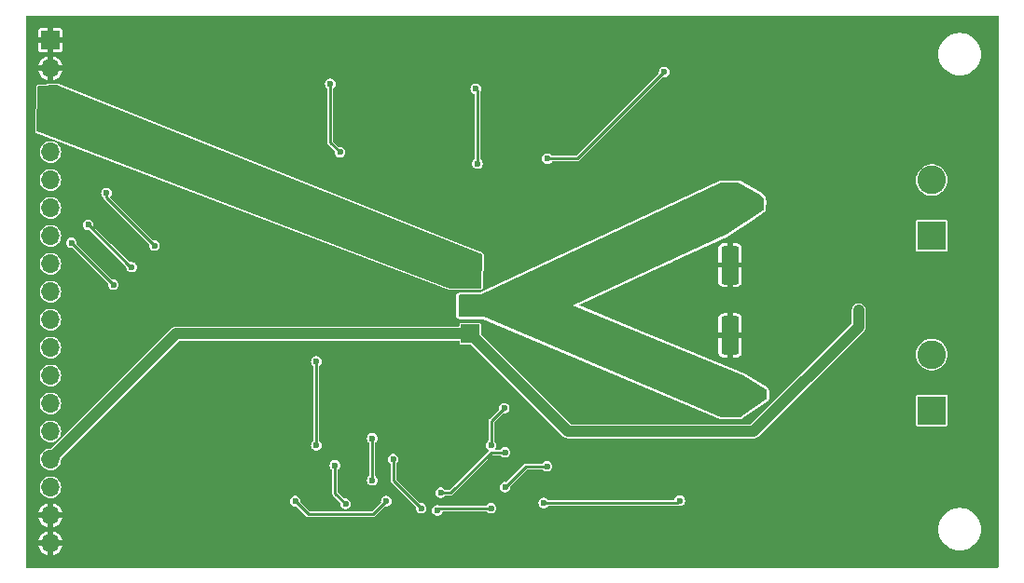
<source format=gbl>
G04 #@! TF.GenerationSoftware,KiCad,Pcbnew,7.0.9*
G04 #@! TF.CreationDate,2024-03-05T18:49:30-08:00*
G04 #@! TF.ProjectId,SSM3582_v02,53534d33-3538-4325-9f76-30322e6b6963,rev?*
G04 #@! TF.SameCoordinates,Original*
G04 #@! TF.FileFunction,Copper,L2,Bot*
G04 #@! TF.FilePolarity,Positive*
%FSLAX46Y46*%
G04 Gerber Fmt 4.6, Leading zero omitted, Abs format (unit mm)*
G04 Created by KiCad (PCBNEW 7.0.9) date 2024-03-05 18:49:30*
%MOMM*%
%LPD*%
G01*
G04 APERTURE LIST*
G04 Aperture macros list*
%AMRoundRect*
0 Rectangle with rounded corners*
0 $1 Rounding radius*
0 $2 $3 $4 $5 $6 $7 $8 $9 X,Y pos of 4 corners*
0 Add a 4 corners polygon primitive as box body*
4,1,4,$2,$3,$4,$5,$6,$7,$8,$9,$2,$3,0*
0 Add four circle primitives for the rounded corners*
1,1,$1+$1,$2,$3*
1,1,$1+$1,$4,$5*
1,1,$1+$1,$6,$7*
1,1,$1+$1,$8,$9*
0 Add four rect primitives between the rounded corners*
20,1,$1+$1,$2,$3,$4,$5,0*
20,1,$1+$1,$4,$5,$6,$7,0*
20,1,$1+$1,$6,$7,$8,$9,0*
20,1,$1+$1,$8,$9,$2,$3,0*%
G04 Aperture macros list end*
G04 #@! TA.AperFunction,ComponentPad*
%ADD10R,2.600000X2.600000*%
G04 #@! TD*
G04 #@! TA.AperFunction,ComponentPad*
%ADD11C,2.600000*%
G04 #@! TD*
G04 #@! TA.AperFunction,ComponentPad*
%ADD12R,1.700000X1.700000*%
G04 #@! TD*
G04 #@! TA.AperFunction,ComponentPad*
%ADD13O,1.700000X1.700000*%
G04 #@! TD*
G04 #@! TA.AperFunction,SMDPad,CuDef*
%ADD14RoundRect,0.250000X-0.550000X1.500000X-0.550000X-1.500000X0.550000X-1.500000X0.550000X1.500000X0*%
G04 #@! TD*
G04 #@! TA.AperFunction,SMDPad,CuDef*
%ADD15RoundRect,0.250000X0.550000X-1.500000X0.550000X1.500000X-0.550000X1.500000X-0.550000X-1.500000X0*%
G04 #@! TD*
G04 #@! TA.AperFunction,ViaPad*
%ADD16C,0.600000*%
G04 #@! TD*
G04 #@! TA.AperFunction,Conductor*
%ADD17C,0.254000*%
G04 #@! TD*
G04 #@! TA.AperFunction,Conductor*
%ADD18C,1.016000*%
G04 #@! TD*
G04 APERTURE END LIST*
D10*
X187325000Y-103505000D03*
D11*
X187325000Y-98425000D03*
D12*
X145415000Y-96520000D03*
D13*
X145415000Y-93980000D03*
X145415000Y-91440000D03*
D10*
X187325000Y-87630000D03*
D11*
X187325000Y-82550000D03*
D14*
X169011600Y-84886800D03*
X169011600Y-90286800D03*
D12*
X107315000Y-69850000D03*
D13*
X107315000Y-72390000D03*
X107315000Y-74930000D03*
X107315000Y-77470000D03*
X107315000Y-80010000D03*
X107315000Y-82550000D03*
X107315000Y-85090000D03*
X107315000Y-87630000D03*
X107315000Y-90170000D03*
X107315000Y-92710000D03*
X107315000Y-95250000D03*
X107315000Y-97790000D03*
X107315000Y-100330000D03*
X107315000Y-102870000D03*
X107315000Y-105410000D03*
X107315000Y-107950000D03*
X107315000Y-110490000D03*
X107315000Y-113030000D03*
X107315000Y-115570000D03*
D15*
X169011600Y-102082600D03*
X169011600Y-96682600D03*
D16*
X191770000Y-91440000D03*
X143129000Y-109982000D03*
X163576000Y-91694000D03*
X130556000Y-109474000D03*
X170510200Y-92964000D03*
X160020000Y-81280000D03*
X158419800Y-112649000D03*
X173634400Y-94411800D03*
X160020000Y-93472000D03*
X188595000Y-100965000D03*
X126187200Y-90601800D03*
X180848000Y-89535000D03*
X110490000Y-97790000D03*
X184785000Y-68580000D03*
X130175000Y-78105000D03*
X182372000Y-94234000D03*
X125933200Y-99796600D03*
X161925000Y-103505000D03*
X135940800Y-83108800D03*
X173583600Y-92964000D03*
X137160000Y-110490000D03*
X139700000Y-113030000D03*
X172720000Y-111760000D03*
X190500000Y-109220000D03*
X116382800Y-94970600D03*
X130048000Y-73406000D03*
X150495000Y-73660000D03*
X173659800Y-91541600D03*
X136525000Y-99060000D03*
X140208000Y-109982000D03*
X166370000Y-107315000D03*
X173736000Y-87122000D03*
X135255000Y-104140000D03*
X152400000Y-83820000D03*
X131064000Y-111887000D03*
X172085000Y-91516200D03*
X165125400Y-81635600D03*
X151130000Y-88265000D03*
X170459400Y-91490800D03*
X177673000Y-96901000D03*
X172008800Y-92964000D03*
X175895000Y-89916000D03*
X118033800Y-91922600D03*
X158115000Y-73645000D03*
X139700000Y-106680000D03*
X116332000Y-84963000D03*
X149225000Y-111760000D03*
X124460000Y-105410000D03*
X182753000Y-84963000D03*
X189865000Y-85090000D03*
X182372000Y-74396600D03*
X138582400Y-78511400D03*
X167132000Y-89916000D03*
X167132000Y-96774000D03*
X145440400Y-84455000D03*
X170535600Y-94386400D03*
X121716800Y-75717400D03*
X124460000Y-109855000D03*
X113792000Y-94742000D03*
X189230000Y-93345000D03*
X154940000Y-86360000D03*
X139065000Y-93980000D03*
X172034200Y-94411800D03*
X165760400Y-73634600D03*
X150495000Y-98425000D03*
X174117000Y-99568000D03*
X154940000Y-100965000D03*
X123291600Y-77393800D03*
X186055000Y-106680000D03*
X145796000Y-109982000D03*
X136525000Y-109855000D03*
X136525000Y-106045000D03*
X142748000Y-110998000D03*
X148590000Y-107315000D03*
X152400000Y-108585000D03*
X148590000Y-110490000D03*
X171670000Y-84470000D03*
X171069000Y-102235000D03*
X170688000Y-84455000D03*
X171958000Y-102235000D03*
X180695600Y-94386400D03*
X152095200Y-111912400D03*
X142441250Y-112596250D03*
X133130000Y-108500000D03*
X148513800Y-103301800D03*
X134112000Y-112014000D03*
X146075400Y-81076800D03*
X147320000Y-112395000D03*
X145923000Y-74269600D03*
X147320000Y-106680000D03*
X164439600Y-111709200D03*
X131445000Y-99060000D03*
X131445000Y-106680000D03*
X132715000Y-73812400D03*
X133604000Y-80035400D03*
X163017200Y-72745600D03*
X152425400Y-80619600D03*
X138430000Y-107950000D03*
X116763800Y-88519000D03*
X112395000Y-83743800D03*
X140970000Y-112395000D03*
X114681000Y-90474800D03*
X110744000Y-86639400D03*
X113030000Y-92075000D03*
X129540000Y-111760000D03*
X137795000Y-111760000D03*
X109220000Y-88265000D03*
D17*
X133130000Y-111032000D02*
X134112000Y-112014000D01*
X133130000Y-108500000D02*
X133130000Y-111032000D01*
X136525000Y-109855000D02*
X136525000Y-106045000D01*
X143637000Y-110998000D02*
X147320000Y-107315000D01*
X147320000Y-107315000D02*
X148590000Y-107315000D01*
X142748000Y-110998000D02*
X143637000Y-110998000D01*
X148590000Y-110490000D02*
X150495000Y-108585000D01*
X150495000Y-108585000D02*
X152400000Y-108585000D01*
D18*
X118745000Y-96520000D02*
X107315000Y-107950000D01*
X180695600Y-95885000D02*
X171170600Y-105410000D01*
X154305000Y-105410000D02*
X145415000Y-96520000D01*
X145415000Y-96520000D02*
X118745000Y-96520000D01*
X171170600Y-105410000D02*
X154305000Y-105410000D01*
X180695600Y-94386400D02*
X180695600Y-95885000D01*
D17*
X145923000Y-74269600D02*
X146075400Y-74422000D01*
X142642500Y-112395000D02*
X147320000Y-112395000D01*
X147320000Y-104495600D02*
X148513800Y-103301800D01*
X152095200Y-111912400D02*
X164236400Y-111912400D01*
X164236400Y-111912400D02*
X164439600Y-111709200D01*
X142441250Y-112596250D02*
X142642500Y-112395000D01*
X147320000Y-106680000D02*
X147320000Y-104495600D01*
X146075400Y-74422000D02*
X146075400Y-81076800D01*
X131445000Y-106680000D02*
X131445000Y-99060000D01*
X132715000Y-73812400D02*
X132715000Y-79146400D01*
X132715000Y-79146400D02*
X133604000Y-80035400D01*
X152425400Y-80619600D02*
X155143200Y-80619600D01*
X155143200Y-80619600D02*
X163017200Y-72745600D01*
X138430000Y-109855000D02*
X138430000Y-107950000D01*
X140970000Y-112395000D02*
X138430000Y-109855000D01*
X112395000Y-83743800D02*
X112395000Y-84150200D01*
X112395000Y-84150200D02*
X116763800Y-88519000D01*
X110744000Y-86639400D02*
X114579400Y-90474800D01*
X114579400Y-90474800D02*
X114681000Y-90474800D01*
X136606000Y-112949000D02*
X130729000Y-112949000D01*
X109220000Y-88265000D02*
X113030000Y-92075000D01*
X130729000Y-112949000D02*
X129540000Y-111760000D01*
X137795000Y-111760000D02*
X136606000Y-112949000D01*
G04 #@! TA.AperFunction,Conductor*
G36*
X193356194Y-67628806D02*
G01*
X193374500Y-67673000D01*
X193374500Y-117747000D01*
X193356194Y-117791194D01*
X193312000Y-117809500D01*
X105138000Y-117809500D01*
X105093806Y-117791194D01*
X105075500Y-117747000D01*
X105075500Y-115820000D01*
X106242472Y-115820000D01*
X106284886Y-115969068D01*
X106375754Y-116151555D01*
X106375757Y-116151561D01*
X106498598Y-116314230D01*
X106498605Y-116314237D01*
X106649261Y-116451579D01*
X106649260Y-116451579D01*
X106822583Y-116558897D01*
X106822584Y-116558898D01*
X107012684Y-116632541D01*
X107065000Y-116642320D01*
X107065000Y-116005501D01*
X107172685Y-116054680D01*
X107279237Y-116070000D01*
X107350763Y-116070000D01*
X107457315Y-116054680D01*
X107565000Y-116005501D01*
X107565000Y-116642320D01*
X107617315Y-116632541D01*
X107807415Y-116558898D01*
X107807416Y-116558897D01*
X107980739Y-116451579D01*
X108131394Y-116314237D01*
X108131401Y-116314230D01*
X108254242Y-116151561D01*
X108254245Y-116151555D01*
X108345113Y-115969068D01*
X108387528Y-115820000D01*
X107748686Y-115820000D01*
X107774493Y-115779844D01*
X107815000Y-115641889D01*
X107815000Y-115498111D01*
X107774493Y-115360156D01*
X107748686Y-115320000D01*
X108387528Y-115320000D01*
X108387527Y-115319999D01*
X108345113Y-115170931D01*
X108254245Y-114988444D01*
X108254242Y-114988438D01*
X108131401Y-114825769D01*
X108131394Y-114825762D01*
X107980738Y-114688420D01*
X107980739Y-114688420D01*
X107807416Y-114581102D01*
X107807415Y-114581101D01*
X107617316Y-114507458D01*
X107565000Y-114497678D01*
X107565000Y-115134498D01*
X107457315Y-115085320D01*
X107350763Y-115070000D01*
X107279237Y-115070000D01*
X107172685Y-115085320D01*
X107065000Y-115134498D01*
X107065000Y-114497678D01*
X107012683Y-114507458D01*
X106822584Y-114581101D01*
X106822583Y-114581102D01*
X106649260Y-114688420D01*
X106498605Y-114825762D01*
X106498598Y-114825769D01*
X106375757Y-114988438D01*
X106375754Y-114988444D01*
X106284886Y-115170931D01*
X106242472Y-115319999D01*
X106242472Y-115320000D01*
X106881314Y-115320000D01*
X106855507Y-115360156D01*
X106815000Y-115498111D01*
X106815000Y-115641889D01*
X106855507Y-115779844D01*
X106881314Y-115820000D01*
X106242472Y-115820000D01*
X105075500Y-115820000D01*
X105075500Y-114300000D01*
X187929569Y-114300000D01*
X187944406Y-114507458D01*
X187949269Y-114575441D01*
X188003723Y-114825762D01*
X188007968Y-114845274D01*
X188007969Y-114845279D01*
X188104468Y-115104003D01*
X188104471Y-115104010D01*
X188236811Y-115346372D01*
X188236816Y-115346378D01*
X188402303Y-115567443D01*
X188597556Y-115762696D01*
X188597559Y-115762698D01*
X188597562Y-115762701D01*
X188818627Y-115928188D01*
X189050279Y-116054680D01*
X189060993Y-116060530D01*
X189060996Y-116060531D01*
X189319720Y-116157030D01*
X189319721Y-116157030D01*
X189319726Y-116157032D01*
X189589559Y-116215731D01*
X189796056Y-116230500D01*
X189796061Y-116230500D01*
X189933939Y-116230500D01*
X189933944Y-116230500D01*
X190140441Y-116215731D01*
X190410274Y-116157032D01*
X190669007Y-116060530D01*
X190911373Y-115928188D01*
X191132438Y-115762701D01*
X191327701Y-115567438D01*
X191493188Y-115346373D01*
X191625530Y-115104007D01*
X191722032Y-114845274D01*
X191780731Y-114575441D01*
X191800431Y-114300000D01*
X191780731Y-114024559D01*
X191722032Y-113754726D01*
X191625530Y-113495993D01*
X191493188Y-113253627D01*
X191327701Y-113032562D01*
X191327698Y-113032559D01*
X191327696Y-113032556D01*
X191132443Y-112837303D01*
X191131470Y-112836574D01*
X190911373Y-112671812D01*
X190911372Y-112671811D01*
X190669010Y-112539471D01*
X190669003Y-112539468D01*
X190410279Y-112442969D01*
X190410274Y-112442968D01*
X190140441Y-112384269D01*
X190140436Y-112384268D01*
X190140432Y-112384268D01*
X190037373Y-112376897D01*
X189933944Y-112369500D01*
X189796056Y-112369500D01*
X189702044Y-112376223D01*
X189589567Y-112384268D01*
X189589561Y-112384268D01*
X189589559Y-112384269D01*
X189540230Y-112395000D01*
X189319725Y-112442968D01*
X189319720Y-112442969D01*
X189060996Y-112539468D01*
X189060989Y-112539471D01*
X188818627Y-112671811D01*
X188818621Y-112671816D01*
X188597556Y-112837303D01*
X188402303Y-113032556D01*
X188236816Y-113253621D01*
X188236811Y-113253627D01*
X188104471Y-113495989D01*
X188104468Y-113495996D01*
X188007969Y-113754720D01*
X188007968Y-113754725D01*
X187978618Y-113889642D01*
X187950501Y-114018898D01*
X187949269Y-114024560D01*
X187949268Y-114024566D01*
X187929569Y-114300000D01*
X105075500Y-114300000D01*
X105075500Y-113280000D01*
X106242472Y-113280000D01*
X106284886Y-113429068D01*
X106375754Y-113611555D01*
X106375757Y-113611561D01*
X106498598Y-113774230D01*
X106498605Y-113774237D01*
X106649261Y-113911579D01*
X106649260Y-113911579D01*
X106822583Y-114018897D01*
X106822584Y-114018898D01*
X107012684Y-114092541D01*
X107065000Y-114102320D01*
X107065000Y-113465501D01*
X107172685Y-113514680D01*
X107279237Y-113530000D01*
X107350763Y-113530000D01*
X107457315Y-113514680D01*
X107565000Y-113465501D01*
X107565000Y-114102320D01*
X107617315Y-114092541D01*
X107807415Y-114018898D01*
X107807416Y-114018897D01*
X107980739Y-113911579D01*
X108131394Y-113774237D01*
X108131401Y-113774230D01*
X108254242Y-113611561D01*
X108254245Y-113611555D01*
X108345113Y-113429068D01*
X108387528Y-113280000D01*
X107748686Y-113280000D01*
X107774493Y-113239844D01*
X107815000Y-113101889D01*
X107815000Y-112958111D01*
X107774493Y-112820156D01*
X107748686Y-112780000D01*
X108387528Y-112780000D01*
X108387527Y-112779999D01*
X108345113Y-112630931D01*
X108254245Y-112448444D01*
X108254242Y-112448438D01*
X108131401Y-112285769D01*
X108131394Y-112285762D01*
X107980738Y-112148420D01*
X107980739Y-112148420D01*
X107807416Y-112041102D01*
X107807415Y-112041101D01*
X107617316Y-111967458D01*
X107565000Y-111957678D01*
X107565000Y-112594498D01*
X107457315Y-112545320D01*
X107350763Y-112530000D01*
X107279237Y-112530000D01*
X107172685Y-112545320D01*
X107065000Y-112594498D01*
X107065000Y-111957678D01*
X107012683Y-111967458D01*
X106822584Y-112041101D01*
X106822583Y-112041102D01*
X106649260Y-112148420D01*
X106498605Y-112285762D01*
X106498598Y-112285769D01*
X106375757Y-112448438D01*
X106375754Y-112448444D01*
X106284886Y-112630931D01*
X106242472Y-112779999D01*
X106242472Y-112780000D01*
X106881314Y-112780000D01*
X106855507Y-112820156D01*
X106815000Y-112958111D01*
X106815000Y-113101889D01*
X106855507Y-113239844D01*
X106881314Y-113280000D01*
X106242472Y-113280000D01*
X105075500Y-113280000D01*
X105075500Y-111760000D01*
X129054559Y-111760000D01*
X129074222Y-111896763D01*
X129074223Y-111896766D01*
X129131620Y-112022447D01*
X129131623Y-112022452D01*
X129222105Y-112126874D01*
X129319866Y-112189700D01*
X129338341Y-112201573D01*
X129433037Y-112229378D01*
X129470912Y-112240499D01*
X129470914Y-112240500D01*
X129470915Y-112240500D01*
X129609087Y-112240500D01*
X129613310Y-112239260D01*
X129660871Y-112244371D01*
X129675115Y-112255033D01*
X130526965Y-113106883D01*
X130534738Y-113116354D01*
X130545513Y-113132481D01*
X130545516Y-113132484D01*
X130565891Y-113146098D01*
X130565903Y-113146107D01*
X130566764Y-113146682D01*
X130566766Y-113146684D01*
X130629699Y-113188734D01*
X130679349Y-113198610D01*
X130728999Y-113208486D01*
X130729000Y-113208486D01*
X130748029Y-113204700D01*
X130760222Y-113203500D01*
X136574778Y-113203500D01*
X136586970Y-113204700D01*
X136606000Y-113208486D01*
X136606001Y-113208486D01*
X136639100Y-113201902D01*
X136705301Y-113188734D01*
X136768234Y-113146684D01*
X136768234Y-113146682D01*
X136772636Y-113143742D01*
X136772647Y-113143734D01*
X136779882Y-113138899D01*
X136789484Y-113132484D01*
X136800262Y-113116352D01*
X136808029Y-113106887D01*
X137659885Y-112255031D01*
X137704078Y-112236726D01*
X137721685Y-112239258D01*
X137725915Y-112240500D01*
X137725917Y-112240500D01*
X137864086Y-112240500D01*
X137864086Y-112240499D01*
X137996659Y-112201573D01*
X138042854Y-112171885D01*
X138112894Y-112126874D01*
X138112896Y-112126872D01*
X138203379Y-112022449D01*
X138260777Y-111896765D01*
X138280441Y-111760000D01*
X138260777Y-111623235D01*
X138203379Y-111497551D01*
X138203376Y-111497547D01*
X138112894Y-111393125D01*
X137996663Y-111318429D01*
X137996654Y-111318425D01*
X137864087Y-111279500D01*
X137864085Y-111279500D01*
X137725915Y-111279500D01*
X137725913Y-111279500D01*
X137593345Y-111318425D01*
X137593336Y-111318429D01*
X137477105Y-111393125D01*
X137386623Y-111497547D01*
X137386620Y-111497552D01*
X137329223Y-111623233D01*
X137329222Y-111623236D01*
X137309559Y-111760000D01*
X137320885Y-111838778D01*
X137309055Y-111885127D01*
X137303215Y-111891866D01*
X136518888Y-112676194D01*
X136474694Y-112694500D01*
X130860306Y-112694500D01*
X130816112Y-112676194D01*
X130031784Y-111891866D01*
X130013478Y-111847672D01*
X130014114Y-111838777D01*
X130025441Y-111760000D01*
X130005777Y-111623235D01*
X129948379Y-111497551D01*
X129948376Y-111497547D01*
X129857894Y-111393125D01*
X129741663Y-111318429D01*
X129741654Y-111318425D01*
X129609087Y-111279500D01*
X129609085Y-111279500D01*
X129470915Y-111279500D01*
X129470913Y-111279500D01*
X129338345Y-111318425D01*
X129338336Y-111318429D01*
X129222105Y-111393125D01*
X129131623Y-111497547D01*
X129131620Y-111497552D01*
X129074223Y-111623233D01*
X129074222Y-111623236D01*
X129054559Y-111760000D01*
X105075500Y-111760000D01*
X105075500Y-110490000D01*
X106332770Y-110490000D01*
X106351642Y-110681622D01*
X106368002Y-110735551D01*
X106407538Y-110865883D01*
X106407539Y-110865884D01*
X106498302Y-111035692D01*
X106498306Y-111035698D01*
X106620459Y-111184541D01*
X106769302Y-111306694D01*
X106769304Y-111306695D01*
X106769307Y-111306697D01*
X106813491Y-111330313D01*
X106939117Y-111397462D01*
X107123376Y-111453357D01*
X107315000Y-111472230D01*
X107506624Y-111453357D01*
X107690883Y-111397462D01*
X107860698Y-111306694D01*
X108009541Y-111184541D01*
X108131694Y-111035698D01*
X108222462Y-110865883D01*
X108278357Y-110681624D01*
X108297230Y-110490000D01*
X108278357Y-110298376D01*
X108222462Y-110114117D01*
X108131694Y-109944302D01*
X108009541Y-109795459D01*
X107860698Y-109673306D01*
X107860692Y-109673302D01*
X107753695Y-109616112D01*
X107690883Y-109582538D01*
X107573111Y-109546811D01*
X107506622Y-109526642D01*
X107315000Y-109507770D01*
X107123377Y-109526642D01*
X107005604Y-109562369D01*
X106939117Y-109582538D01*
X106939115Y-109582538D01*
X106939115Y-109582539D01*
X106769307Y-109673302D01*
X106769301Y-109673306D01*
X106620459Y-109795459D01*
X106498306Y-109944301D01*
X106498302Y-109944307D01*
X106438050Y-110057033D01*
X106407538Y-110114117D01*
X106404805Y-110123128D01*
X106351642Y-110298377D01*
X106332770Y-110489999D01*
X106332770Y-110490000D01*
X105075500Y-110490000D01*
X105075500Y-107950000D01*
X106332770Y-107950000D01*
X106351642Y-108141622D01*
X106371811Y-108208111D01*
X106407538Y-108325883D01*
X106417899Y-108345267D01*
X106498302Y-108495692D01*
X106498306Y-108495698D01*
X106620459Y-108644541D01*
X106769302Y-108766694D01*
X106769304Y-108766695D01*
X106769307Y-108766697D01*
X106813491Y-108790313D01*
X106939117Y-108857462D01*
X107123376Y-108913357D01*
X107315000Y-108932230D01*
X107506624Y-108913357D01*
X107690883Y-108857462D01*
X107860698Y-108766694D01*
X108009541Y-108644541D01*
X108128163Y-108500000D01*
X132644559Y-108500000D01*
X132664222Y-108636763D01*
X132664223Y-108636766D01*
X132721620Y-108762447D01*
X132721623Y-108762452D01*
X132788386Y-108839500D01*
X132812104Y-108866872D01*
X132846789Y-108889163D01*
X132874071Y-108928455D01*
X132875500Y-108941741D01*
X132875500Y-111000777D01*
X132874299Y-111012969D01*
X132870514Y-111031998D01*
X132870514Y-111032002D01*
X132874514Y-111052116D01*
X132874519Y-111052133D01*
X132883503Y-111097301D01*
X132890265Y-111131299D01*
X132890267Y-111131303D01*
X132933098Y-111195405D01*
X132933109Y-111195419D01*
X132946516Y-111215484D01*
X132946517Y-111215485D01*
X132962646Y-111226262D01*
X132972118Y-111234035D01*
X133620215Y-111882132D01*
X133638521Y-111926326D01*
X133637885Y-111935220D01*
X133626559Y-112013999D01*
X133646222Y-112150763D01*
X133646223Y-112150766D01*
X133703620Y-112276447D01*
X133703623Y-112276452D01*
X133794105Y-112380874D01*
X133899248Y-112448444D01*
X133910341Y-112455573D01*
X133923668Y-112459486D01*
X134042912Y-112494499D01*
X134042914Y-112494500D01*
X134042915Y-112494500D01*
X134181086Y-112494500D01*
X134181086Y-112494499D01*
X134313659Y-112455573D01*
X134357284Y-112427536D01*
X134429894Y-112380874D01*
X134453204Y-112353973D01*
X134520379Y-112276449D01*
X134577777Y-112150765D01*
X134597441Y-112014000D01*
X134577777Y-111877235D01*
X134520379Y-111751551D01*
X134483682Y-111709200D01*
X134429894Y-111647125D01*
X134313663Y-111572429D01*
X134313654Y-111572425D01*
X134181087Y-111533500D01*
X134181085Y-111533500D01*
X134042915Y-111533500D01*
X134042910Y-111533500D01*
X134038677Y-111534743D01*
X133991117Y-111529622D01*
X133976884Y-111518966D01*
X133402806Y-110944888D01*
X133384500Y-110900694D01*
X133384500Y-109855000D01*
X136039559Y-109855000D01*
X136059222Y-109991763D01*
X136059223Y-109991766D01*
X136116620Y-110117447D01*
X136116623Y-110117452D01*
X136207105Y-110221874D01*
X136323336Y-110296570D01*
X136323341Y-110296573D01*
X136329485Y-110298377D01*
X136455912Y-110335499D01*
X136455914Y-110335500D01*
X136455915Y-110335500D01*
X136594086Y-110335500D01*
X136594086Y-110335499D01*
X136726659Y-110296573D01*
X136770284Y-110268536D01*
X136842894Y-110221874D01*
X136928458Y-110123128D01*
X136933379Y-110117449D01*
X136990777Y-109991765D01*
X137010441Y-109855000D01*
X136990777Y-109718235D01*
X136933379Y-109592551D01*
X136876269Y-109526643D01*
X136842896Y-109488128D01*
X136842895Y-109488127D01*
X136808208Y-109465834D01*
X136780928Y-109426541D01*
X136779500Y-109413257D01*
X136779500Y-107950000D01*
X137944559Y-107950000D01*
X137964222Y-108086763D01*
X137964223Y-108086766D01*
X138021620Y-108212447D01*
X138021623Y-108212452D01*
X138105221Y-108308929D01*
X138112104Y-108316872D01*
X138146789Y-108339163D01*
X138174071Y-108378455D01*
X138175500Y-108391741D01*
X138175500Y-109823777D01*
X138174299Y-109835969D01*
X138170514Y-109854998D01*
X138170514Y-109855000D01*
X138190265Y-109954299D01*
X138190267Y-109954303D01*
X138233270Y-110018662D01*
X138233282Y-110018678D01*
X138246513Y-110038481D01*
X138246516Y-110038484D01*
X138262644Y-110049260D01*
X138272115Y-110057033D01*
X139380437Y-111165355D01*
X140478215Y-112263132D01*
X140496521Y-112307326D01*
X140495885Y-112316220D01*
X140484559Y-112394999D01*
X140504222Y-112531763D01*
X140504223Y-112531766D01*
X140561620Y-112657447D01*
X140561623Y-112657452D01*
X140652105Y-112761874D01*
X140768336Y-112836570D01*
X140768341Y-112836573D01*
X140843689Y-112858697D01*
X140900912Y-112875499D01*
X140900914Y-112875500D01*
X140900915Y-112875500D01*
X141039086Y-112875500D01*
X141039086Y-112875499D01*
X141171659Y-112836573D01*
X141215284Y-112808536D01*
X141287894Y-112761874D01*
X141312900Y-112733016D01*
X141378379Y-112657449D01*
X141406328Y-112596250D01*
X141955809Y-112596250D01*
X141975472Y-112733013D01*
X141975473Y-112733016D01*
X142032870Y-112858697D01*
X142032873Y-112858702D01*
X142123355Y-112963124D01*
X142239586Y-113037820D01*
X142239591Y-113037823D01*
X142372162Y-113076749D01*
X142372164Y-113076750D01*
X142372165Y-113076750D01*
X142510336Y-113076750D01*
X142510336Y-113076749D01*
X142642909Y-113037823D01*
X142686534Y-113009786D01*
X142759144Y-112963124D01*
X142763488Y-112958111D01*
X142849629Y-112858699D01*
X142907027Y-112733015D01*
X142911328Y-112703104D01*
X142935738Y-112661966D01*
X142973192Y-112649500D01*
X146876190Y-112649500D01*
X146920384Y-112667806D01*
X146923424Y-112671071D01*
X147002105Y-112761874D01*
X147118336Y-112836570D01*
X147118341Y-112836573D01*
X147193689Y-112858697D01*
X147250912Y-112875499D01*
X147250914Y-112875500D01*
X147250915Y-112875500D01*
X147389086Y-112875500D01*
X147389086Y-112875499D01*
X147521659Y-112836573D01*
X147565284Y-112808536D01*
X147637894Y-112761874D01*
X147662900Y-112733016D01*
X147728379Y-112657449D01*
X147785777Y-112531765D01*
X147805441Y-112395000D01*
X147785777Y-112258235D01*
X147728379Y-112132551D01*
X147723460Y-112126874D01*
X147637894Y-112028125D01*
X147521663Y-111953429D01*
X147521654Y-111953425D01*
X147389087Y-111914500D01*
X147389085Y-111914500D01*
X147250915Y-111914500D01*
X147250913Y-111914500D01*
X147118345Y-111953425D01*
X147118336Y-111953429D01*
X147002105Y-112028125D01*
X146923424Y-112118929D01*
X146880649Y-112140341D01*
X146876190Y-112140500D01*
X142673717Y-112140500D01*
X142661525Y-112139299D01*
X142642500Y-112135515D01*
X142642498Y-112135515D01*
X142619495Y-112140090D01*
X142619484Y-112140092D01*
X142618889Y-112140211D01*
X142589100Y-112138877D01*
X142510337Y-112115750D01*
X142510335Y-112115750D01*
X142372165Y-112115750D01*
X142372163Y-112115750D01*
X142239595Y-112154675D01*
X142239586Y-112154679D01*
X142123355Y-112229375D01*
X142032873Y-112333797D01*
X142032870Y-112333802D01*
X141975473Y-112459483D01*
X141975472Y-112459486D01*
X141955809Y-112596250D01*
X141406328Y-112596250D01*
X141435777Y-112531765D01*
X141455441Y-112395000D01*
X141435777Y-112258235D01*
X141378379Y-112132551D01*
X141373460Y-112126874D01*
X141287894Y-112028125D01*
X141171663Y-111953429D01*
X141171654Y-111953425D01*
X141039087Y-111914500D01*
X141039085Y-111914500D01*
X140900915Y-111914500D01*
X140900910Y-111914500D01*
X140896677Y-111915743D01*
X140865630Y-111912400D01*
X151609759Y-111912400D01*
X151629422Y-112049163D01*
X151629423Y-112049166D01*
X151686820Y-112174847D01*
X151686823Y-112174852D01*
X151777305Y-112279274D01*
X151862154Y-112333802D01*
X151893541Y-112353973D01*
X152026112Y-112392899D01*
X152026114Y-112392900D01*
X152026115Y-112392900D01*
X152164286Y-112392900D01*
X152164286Y-112392899D01*
X152296859Y-112353973D01*
X152355604Y-112316220D01*
X152413094Y-112279274D01*
X152415540Y-112276452D01*
X152447767Y-112239260D01*
X152491776Y-112188471D01*
X152534551Y-112167059D01*
X152539010Y-112166900D01*
X164205178Y-112166900D01*
X164217370Y-112168100D01*
X164236400Y-112171886D01*
X164265122Y-112166172D01*
X164294919Y-112167502D01*
X164343780Y-112181849D01*
X164370514Y-112189700D01*
X164370515Y-112189700D01*
X164508686Y-112189700D01*
X164508686Y-112189699D01*
X164641259Y-112150773D01*
X164695756Y-112115750D01*
X164757494Y-112076074D01*
X164780811Y-112049165D01*
X164847979Y-111971649D01*
X164905377Y-111845965D01*
X164925041Y-111709200D01*
X164905377Y-111572435D01*
X164847979Y-111446751D01*
X164847976Y-111446747D01*
X164757494Y-111342325D01*
X164641263Y-111267629D01*
X164641254Y-111267625D01*
X164508687Y-111228700D01*
X164508685Y-111228700D01*
X164370515Y-111228700D01*
X164370513Y-111228700D01*
X164237945Y-111267625D01*
X164237936Y-111267629D01*
X164121705Y-111342325D01*
X164031223Y-111446747D01*
X164031220Y-111446752D01*
X163973823Y-111572433D01*
X163973822Y-111572436D01*
X163969242Y-111604295D01*
X163944833Y-111645434D01*
X163907378Y-111657900D01*
X152539010Y-111657900D01*
X152494816Y-111639594D01*
X152491776Y-111636329D01*
X152413094Y-111545525D01*
X152296863Y-111470829D01*
X152296854Y-111470825D01*
X152164287Y-111431900D01*
X152164285Y-111431900D01*
X152026115Y-111431900D01*
X152026113Y-111431900D01*
X151893545Y-111470825D01*
X151893536Y-111470829D01*
X151777305Y-111545525D01*
X151686823Y-111649947D01*
X151686820Y-111649952D01*
X151629423Y-111775633D01*
X151629422Y-111775636D01*
X151609759Y-111912400D01*
X140865630Y-111912400D01*
X140849117Y-111910622D01*
X140834884Y-111899966D01*
X139932918Y-110998000D01*
X142262559Y-110998000D01*
X142282222Y-111134763D01*
X142282223Y-111134766D01*
X142339620Y-111260447D01*
X142339623Y-111260452D01*
X142430105Y-111364874D01*
X142546336Y-111439570D01*
X142546341Y-111439573D01*
X142678912Y-111478499D01*
X142678914Y-111478500D01*
X142678915Y-111478500D01*
X142817086Y-111478500D01*
X142817086Y-111478499D01*
X142949659Y-111439573D01*
X143021929Y-111393128D01*
X143065894Y-111364874D01*
X143144576Y-111274071D01*
X143187351Y-111252659D01*
X143191810Y-111252500D01*
X143605778Y-111252500D01*
X143617970Y-111253700D01*
X143637000Y-111257486D01*
X143637001Y-111257486D01*
X143670100Y-111250902D01*
X143736301Y-111237734D01*
X143799234Y-111195684D01*
X143799234Y-111195682D01*
X143803636Y-111192742D01*
X143803647Y-111192734D01*
X143810882Y-111187899D01*
X143820484Y-111181484D01*
X143831262Y-111165352D01*
X143839029Y-111155887D01*
X144504916Y-110490000D01*
X148104559Y-110490000D01*
X148124222Y-110626763D01*
X148124223Y-110626766D01*
X148181620Y-110752447D01*
X148181623Y-110752452D01*
X148272105Y-110856874D01*
X148388336Y-110931570D01*
X148388341Y-110931573D01*
X148520912Y-110970499D01*
X148520914Y-110970500D01*
X148520915Y-110970500D01*
X148659086Y-110970500D01*
X148659086Y-110970499D01*
X148791659Y-110931573D01*
X148839708Y-110900694D01*
X148907894Y-110856874D01*
X148998376Y-110752452D01*
X148998379Y-110752449D01*
X149055777Y-110626765D01*
X149075441Y-110490000D01*
X149064114Y-110411220D01*
X149075944Y-110364871D01*
X149081777Y-110358139D01*
X150582112Y-108857806D01*
X150626306Y-108839500D01*
X151956190Y-108839500D01*
X152000384Y-108857806D01*
X152003424Y-108861071D01*
X152082105Y-108951874D01*
X152198336Y-109026570D01*
X152198341Y-109026573D01*
X152330912Y-109065499D01*
X152330914Y-109065500D01*
X152330915Y-109065500D01*
X152469086Y-109065500D01*
X152469086Y-109065499D01*
X152601659Y-109026573D01*
X152645284Y-108998536D01*
X152717894Y-108951874D01*
X152717896Y-108951872D01*
X152808379Y-108847449D01*
X152865777Y-108721765D01*
X152885441Y-108585000D01*
X152865777Y-108448235D01*
X152808379Y-108322551D01*
X152808376Y-108322547D01*
X152717894Y-108218125D01*
X152601663Y-108143429D01*
X152601654Y-108143425D01*
X152469087Y-108104500D01*
X152469085Y-108104500D01*
X152330915Y-108104500D01*
X152330913Y-108104500D01*
X152198345Y-108143425D01*
X152198336Y-108143429D01*
X152082105Y-108218125D01*
X152003424Y-108308929D01*
X151960649Y-108330341D01*
X151956190Y-108330500D01*
X150526222Y-108330500D01*
X150514029Y-108329299D01*
X150495000Y-108325514D01*
X150494999Y-108325514D01*
X150395700Y-108345265D01*
X150395695Y-108345267D01*
X150332761Y-108387319D01*
X150311515Y-108401516D01*
X150300735Y-108417648D01*
X150292965Y-108427115D01*
X148725114Y-109994966D01*
X148680920Y-110013272D01*
X148663315Y-110010741D01*
X148659088Y-110009500D01*
X148659085Y-110009500D01*
X148520915Y-110009500D01*
X148520913Y-110009500D01*
X148388345Y-110048425D01*
X148388336Y-110048429D01*
X148272105Y-110123125D01*
X148181623Y-110227547D01*
X148181620Y-110227552D01*
X148124223Y-110353233D01*
X148124222Y-110353236D01*
X148104559Y-110490000D01*
X144504916Y-110490000D01*
X147407111Y-107587806D01*
X147451305Y-107569500D01*
X148146190Y-107569500D01*
X148190384Y-107587806D01*
X148193424Y-107591071D01*
X148272105Y-107681874D01*
X148388336Y-107756570D01*
X148388341Y-107756573D01*
X148394485Y-107758377D01*
X148520912Y-107795499D01*
X148520914Y-107795500D01*
X148520915Y-107795500D01*
X148659086Y-107795500D01*
X148659086Y-107795499D01*
X148791659Y-107756573D01*
X148835284Y-107728536D01*
X148907894Y-107681874D01*
X148986575Y-107591071D01*
X148998379Y-107577449D01*
X149055777Y-107451765D01*
X149075441Y-107315000D01*
X149055777Y-107178235D01*
X148998379Y-107052551D01*
X148993460Y-107046874D01*
X148907894Y-106948125D01*
X148791663Y-106873429D01*
X148791654Y-106873425D01*
X148659087Y-106834500D01*
X148659085Y-106834500D01*
X148520915Y-106834500D01*
X148520913Y-106834500D01*
X148388345Y-106873425D01*
X148388336Y-106873429D01*
X148272105Y-106948125D01*
X148193424Y-107038929D01*
X148150649Y-107060341D01*
X148146190Y-107060500D01*
X147762944Y-107060500D01*
X147718750Y-107042194D01*
X147700444Y-106998000D01*
X147715710Y-106957071D01*
X147728376Y-106942452D01*
X147728379Y-106942449D01*
X147785777Y-106816765D01*
X147805441Y-106680000D01*
X147785777Y-106543235D01*
X147728379Y-106417551D01*
X147723458Y-106411872D01*
X147637896Y-106313128D01*
X147637895Y-106313127D01*
X147603208Y-106290834D01*
X147575928Y-106251541D01*
X147574500Y-106238257D01*
X147574500Y-104626905D01*
X147592805Y-104582712D01*
X148378685Y-103796831D01*
X148422878Y-103778526D01*
X148440485Y-103781058D01*
X148444715Y-103782300D01*
X148444717Y-103782300D01*
X148582886Y-103782300D01*
X148582886Y-103782299D01*
X148715459Y-103743373D01*
X148803649Y-103686697D01*
X148831694Y-103668674D01*
X148921926Y-103564541D01*
X148922179Y-103564249D01*
X148979577Y-103438565D01*
X148999241Y-103301800D01*
X148979577Y-103165035D01*
X148922179Y-103039351D01*
X148922176Y-103039347D01*
X148831694Y-102934925D01*
X148715463Y-102860229D01*
X148715454Y-102860225D01*
X148582887Y-102821300D01*
X148582885Y-102821300D01*
X148444715Y-102821300D01*
X148444713Y-102821300D01*
X148312145Y-102860225D01*
X148312136Y-102860229D01*
X148195905Y-102934925D01*
X148105423Y-103039347D01*
X148105420Y-103039352D01*
X148048023Y-103165033D01*
X148048022Y-103165036D01*
X148028359Y-103301800D01*
X148039685Y-103380577D01*
X148027855Y-103426926D01*
X148022015Y-103433665D01*
X147162115Y-104293565D01*
X147152648Y-104301335D01*
X147136516Y-104312115D01*
X147122319Y-104333361D01*
X147080267Y-104396295D01*
X147080265Y-104396300D01*
X147060514Y-104495599D01*
X147064299Y-104514627D01*
X147065500Y-104526821D01*
X147065500Y-106238257D01*
X147047194Y-106282451D01*
X147036792Y-106290834D01*
X147002104Y-106313127D01*
X147002103Y-106313128D01*
X146911623Y-106417547D01*
X146911620Y-106417552D01*
X146854223Y-106543233D01*
X146854222Y-106543236D01*
X146834559Y-106680000D01*
X146854222Y-106816763D01*
X146854223Y-106816766D01*
X146911620Y-106942447D01*
X146911623Y-106942452D01*
X146998349Y-107042539D01*
X147002104Y-107046872D01*
X147074504Y-107093401D01*
X147101786Y-107132693D01*
X147093293Y-107179769D01*
X147084908Y-107190173D01*
X143549888Y-110725194D01*
X143505694Y-110743500D01*
X143191810Y-110743500D01*
X143147616Y-110725194D01*
X143144576Y-110721929D01*
X143065894Y-110631125D01*
X142949663Y-110556429D01*
X142949654Y-110556425D01*
X142817087Y-110517500D01*
X142817085Y-110517500D01*
X142678915Y-110517500D01*
X142678913Y-110517500D01*
X142546345Y-110556425D01*
X142546336Y-110556429D01*
X142430105Y-110631125D01*
X142339623Y-110735547D01*
X142339620Y-110735552D01*
X142282223Y-110861233D01*
X142282222Y-110861236D01*
X142262559Y-110998000D01*
X139932918Y-110998000D01*
X138702806Y-109767888D01*
X138684500Y-109723694D01*
X138684500Y-108391741D01*
X138702806Y-108347547D01*
X138713207Y-108339165D01*
X138747896Y-108316872D01*
X138838379Y-108212449D01*
X138895777Y-108086765D01*
X138915441Y-107950000D01*
X138895777Y-107813235D01*
X138838379Y-107687551D01*
X138833460Y-107681874D01*
X138747894Y-107583125D01*
X138631663Y-107508429D01*
X138631654Y-107508425D01*
X138499087Y-107469500D01*
X138499085Y-107469500D01*
X138360915Y-107469500D01*
X138360913Y-107469500D01*
X138228345Y-107508425D01*
X138228336Y-107508429D01*
X138112105Y-107583125D01*
X138021623Y-107687547D01*
X138021620Y-107687552D01*
X137964223Y-107813233D01*
X137964222Y-107813236D01*
X137944559Y-107950000D01*
X136779500Y-107950000D01*
X136779500Y-106486741D01*
X136797806Y-106442547D01*
X136808207Y-106434165D01*
X136842896Y-106411872D01*
X136933379Y-106307449D01*
X136990777Y-106181765D01*
X137010441Y-106045000D01*
X136990777Y-105908235D01*
X136933379Y-105782551D01*
X136933376Y-105782547D01*
X136842894Y-105678125D01*
X136726663Y-105603429D01*
X136726654Y-105603425D01*
X136594087Y-105564500D01*
X136594085Y-105564500D01*
X136455915Y-105564500D01*
X136455913Y-105564500D01*
X136323345Y-105603425D01*
X136323336Y-105603429D01*
X136207105Y-105678125D01*
X136116623Y-105782547D01*
X136116620Y-105782552D01*
X136059223Y-105908233D01*
X136059222Y-105908236D01*
X136039559Y-106045000D01*
X136059222Y-106181763D01*
X136059223Y-106181766D01*
X136116620Y-106307447D01*
X136116623Y-106307452D01*
X136190084Y-106392230D01*
X136207104Y-106411872D01*
X136241789Y-106434163D01*
X136269071Y-106473455D01*
X136270500Y-106486741D01*
X136270500Y-109413257D01*
X136252194Y-109457451D01*
X136241792Y-109465834D01*
X136207104Y-109488127D01*
X136207103Y-109488128D01*
X136116623Y-109592547D01*
X136116620Y-109592552D01*
X136059223Y-109718233D01*
X136059222Y-109718236D01*
X136039559Y-109855000D01*
X133384500Y-109855000D01*
X133384500Y-108941741D01*
X133402806Y-108897547D01*
X133413207Y-108889165D01*
X133447896Y-108866872D01*
X133538379Y-108762449D01*
X133595777Y-108636765D01*
X133615441Y-108500000D01*
X133595777Y-108363235D01*
X133538379Y-108237551D01*
X133521549Y-108218128D01*
X133447894Y-108133125D01*
X133331663Y-108058429D01*
X133331654Y-108058425D01*
X133199087Y-108019500D01*
X133199085Y-108019500D01*
X133060915Y-108019500D01*
X133060913Y-108019500D01*
X132928345Y-108058425D01*
X132928336Y-108058429D01*
X132812105Y-108133125D01*
X132721623Y-108237547D01*
X132721620Y-108237552D01*
X132664223Y-108363233D01*
X132664222Y-108363236D01*
X132644559Y-108500000D01*
X108128163Y-108500000D01*
X108131694Y-108495698D01*
X108222462Y-108325883D01*
X108278357Y-108141624D01*
X108297230Y-107950000D01*
X108292640Y-107903404D01*
X108306525Y-107857630D01*
X108310635Y-107853095D01*
X109483730Y-106680000D01*
X130959559Y-106680000D01*
X130979222Y-106816763D01*
X130979223Y-106816766D01*
X131036620Y-106942447D01*
X131036623Y-106942452D01*
X131127105Y-107046874D01*
X131243336Y-107121570D01*
X131243341Y-107121573D01*
X131349572Y-107152765D01*
X131375912Y-107160499D01*
X131375914Y-107160500D01*
X131375915Y-107160500D01*
X131514086Y-107160500D01*
X131514086Y-107160499D01*
X131646659Y-107121573D01*
X131690497Y-107093400D01*
X131762894Y-107046874D01*
X131762897Y-107046871D01*
X131853379Y-106942449D01*
X131910777Y-106816765D01*
X131930441Y-106680000D01*
X131910777Y-106543235D01*
X131853379Y-106417551D01*
X131848458Y-106411872D01*
X131762896Y-106313128D01*
X131762895Y-106313127D01*
X131728208Y-106290834D01*
X131700928Y-106251541D01*
X131699500Y-106238257D01*
X131699500Y-99501741D01*
X131717806Y-99457547D01*
X131728207Y-99449165D01*
X131762896Y-99426872D01*
X131853379Y-99322449D01*
X131910777Y-99196765D01*
X131930441Y-99060000D01*
X131910777Y-98923235D01*
X131853379Y-98797551D01*
X131853376Y-98797547D01*
X131762894Y-98693125D01*
X131646663Y-98618429D01*
X131646654Y-98618425D01*
X131514087Y-98579500D01*
X131514085Y-98579500D01*
X131375915Y-98579500D01*
X131375913Y-98579500D01*
X131243345Y-98618425D01*
X131243336Y-98618429D01*
X131127105Y-98693125D01*
X131036623Y-98797547D01*
X131036620Y-98797552D01*
X130979223Y-98923233D01*
X130979222Y-98923236D01*
X130959559Y-99060000D01*
X130979222Y-99196763D01*
X130979223Y-99196766D01*
X131036620Y-99322447D01*
X131036623Y-99322452D01*
X131123349Y-99422539D01*
X131127104Y-99426872D01*
X131161789Y-99449163D01*
X131189071Y-99488455D01*
X131190500Y-99501741D01*
X131190500Y-106238257D01*
X131172194Y-106282451D01*
X131161792Y-106290834D01*
X131127104Y-106313127D01*
X131127103Y-106313128D01*
X131036623Y-106417547D01*
X131036620Y-106417552D01*
X130979223Y-106543233D01*
X130979222Y-106543236D01*
X130959559Y-106680000D01*
X109483730Y-106680000D01*
X118989927Y-97173806D01*
X119034121Y-97155500D01*
X144375000Y-97155500D01*
X144419194Y-97173806D01*
X144437500Y-97218000D01*
X144437500Y-97382557D01*
X144444898Y-97419748D01*
X144444898Y-97419749D01*
X144473077Y-97461922D01*
X144501257Y-97480750D01*
X144515252Y-97490102D01*
X144552442Y-97497500D01*
X145467880Y-97497500D01*
X145512074Y-97515806D01*
X153801142Y-105804875D01*
X153809717Y-105815578D01*
X153811442Y-105818297D01*
X153811445Y-105818300D01*
X153811447Y-105818303D01*
X153862693Y-105866426D01*
X153883906Y-105887639D01*
X153890654Y-105892873D01*
X153892889Y-105894782D01*
X153928496Y-105928219D01*
X153928497Y-105928220D01*
X153950706Y-105940429D01*
X153958903Y-105945813D01*
X153978934Y-105961350D01*
X154023772Y-105980752D01*
X154026395Y-105982039D01*
X154069197Y-106005569D01*
X154093757Y-106011874D01*
X154103019Y-106015045D01*
X154126293Y-106025117D01*
X154174542Y-106032758D01*
X154177386Y-106033346D01*
X154224718Y-106045500D01*
X154250069Y-106045500D01*
X154259844Y-106046269D01*
X154284880Y-106050235D01*
X154315485Y-106047341D01*
X154333506Y-106045639D01*
X154336448Y-106045500D01*
X171093539Y-106045500D01*
X171107173Y-106047004D01*
X171110319Y-106047708D01*
X171110319Y-106047707D01*
X171110320Y-106047708D01*
X171180585Y-106045500D01*
X171210578Y-106045500D01*
X171210583Y-106045500D01*
X171219070Y-106044427D01*
X171221977Y-106044199D01*
X171270805Y-106042665D01*
X171295150Y-106035591D01*
X171304751Y-106033603D01*
X171329899Y-106030427D01*
X171329902Y-106030426D01*
X171329903Y-106030426D01*
X171351603Y-106021833D01*
X171375320Y-106012442D01*
X171378069Y-106011501D01*
X171424993Y-105997869D01*
X171446817Y-105984961D01*
X171455617Y-105980650D01*
X171479188Y-105971319D01*
X171518707Y-105942605D01*
X171521141Y-105941005D01*
X171563198Y-105916134D01*
X171581121Y-105898209D01*
X171588576Y-105891843D01*
X171609087Y-105876942D01*
X171609089Y-105876938D01*
X171609092Y-105876937D01*
X171624315Y-105858533D01*
X171640231Y-105839293D01*
X171642194Y-105837136D01*
X172661773Y-104817557D01*
X185897500Y-104817557D01*
X185904898Y-104854748D01*
X185904898Y-104854749D01*
X185933077Y-104896922D01*
X185961257Y-104915750D01*
X185975252Y-104925102D01*
X186012442Y-104932500D01*
X186012443Y-104932500D01*
X188637557Y-104932500D01*
X188637558Y-104932500D01*
X188674748Y-104925102D01*
X188716922Y-104896922D01*
X188745102Y-104854748D01*
X188752500Y-104817558D01*
X188752500Y-102192442D01*
X188745102Y-102155252D01*
X188745101Y-102155250D01*
X188716922Y-102113077D01*
X188674748Y-102084898D01*
X188637558Y-102077500D01*
X186012442Y-102077500D01*
X185993847Y-102081199D01*
X185975251Y-102084898D01*
X185975250Y-102084898D01*
X185933077Y-102113077D01*
X185904898Y-102155250D01*
X185904898Y-102155251D01*
X185897500Y-102192442D01*
X185897500Y-104817557D01*
X172661773Y-104817557D01*
X179054330Y-98425000D01*
X185892608Y-98425000D01*
X185912144Y-98660764D01*
X185970219Y-98890097D01*
X185970220Y-98890099D01*
X186065250Y-99106745D01*
X186065252Y-99106748D01*
X186194640Y-99304791D01*
X186194643Y-99304796D01*
X186354868Y-99478846D01*
X186354871Y-99478849D01*
X186541554Y-99624150D01*
X186541556Y-99624151D01*
X186562451Y-99635459D01*
X186749615Y-99736746D01*
X186973369Y-99813561D01*
X187206714Y-99852500D01*
X187206720Y-99852500D01*
X187443280Y-99852500D01*
X187443286Y-99852500D01*
X187676631Y-99813561D01*
X187900385Y-99736746D01*
X188108444Y-99624151D01*
X188295133Y-99478845D01*
X188455359Y-99304793D01*
X188584751Y-99106743D01*
X188679781Y-98890097D01*
X188737856Y-98660764D01*
X188757392Y-98425000D01*
X188737856Y-98189236D01*
X188679781Y-97959903D01*
X188584751Y-97743257D01*
X188455359Y-97545207D01*
X188455357Y-97545205D01*
X188455356Y-97545203D01*
X188295131Y-97371153D01*
X188295128Y-97371150D01*
X188108445Y-97225849D01*
X188108443Y-97225848D01*
X187900390Y-97113256D01*
X187900386Y-97113254D01*
X187900385Y-97113254D01*
X187676631Y-97036439D01*
X187443287Y-96997500D01*
X187443286Y-96997500D01*
X187206714Y-96997500D01*
X187206712Y-96997500D01*
X186973368Y-97036439D01*
X186749609Y-97113256D01*
X186541556Y-97225848D01*
X186541554Y-97225849D01*
X186354871Y-97371150D01*
X186354868Y-97371153D01*
X186194643Y-97545203D01*
X186194640Y-97545208D01*
X186065252Y-97743251D01*
X186065250Y-97743254D01*
X186044746Y-97790000D01*
X185970219Y-97959903D01*
X185912144Y-98189236D01*
X185892608Y-98425000D01*
X179054330Y-98425000D01*
X181090476Y-96388854D01*
X181101180Y-96380280D01*
X181103903Y-96378553D01*
X181152041Y-96327290D01*
X181173238Y-96306094D01*
X181178479Y-96299336D01*
X181180376Y-96297115D01*
X181213817Y-96261506D01*
X181226037Y-96239275D01*
X181231406Y-96231103D01*
X181246949Y-96211067D01*
X181266348Y-96166237D01*
X181267633Y-96163614D01*
X181291169Y-96120803D01*
X181297474Y-96096243D01*
X181300645Y-96086981D01*
X181310717Y-96063708D01*
X181318357Y-96015463D01*
X181318948Y-96012603D01*
X181331100Y-95965282D01*
X181331100Y-95939932D01*
X181331870Y-95930153D01*
X181335835Y-95905123D01*
X181335310Y-95899573D01*
X181333886Y-95884500D01*
X181331239Y-95856494D01*
X181331100Y-95853552D01*
X181331100Y-94346417D01*
X181323549Y-94286643D01*
X181316027Y-94227101D01*
X181256919Y-94077812D01*
X181162542Y-93947913D01*
X181162539Y-93947910D01*
X181162538Y-93947909D01*
X181038827Y-93845567D01*
X181038826Y-93845566D01*
X181038824Y-93845565D01*
X180893541Y-93777200D01*
X180788672Y-93757195D01*
X180735822Y-93747113D01*
X180735819Y-93747112D01*
X180575572Y-93757195D01*
X180422867Y-93806811D01*
X180287296Y-93892847D01*
X180177385Y-94009891D01*
X180177380Y-94009898D01*
X180100031Y-94150595D01*
X180084058Y-94212805D01*
X180060100Y-94306118D01*
X180060100Y-94306121D01*
X180060100Y-95595879D01*
X180041794Y-95640073D01*
X170925673Y-104756194D01*
X170881479Y-104774500D01*
X154594121Y-104774500D01*
X154549927Y-104756194D01*
X146410806Y-96617073D01*
X146392500Y-96572879D01*
X146392500Y-95657442D01*
X146386222Y-95625884D01*
X146385102Y-95620252D01*
X146385101Y-95620250D01*
X146356922Y-95578077D01*
X146314748Y-95549898D01*
X146277558Y-95542500D01*
X144552442Y-95542500D01*
X144533847Y-95546199D01*
X144515251Y-95549898D01*
X144515250Y-95549898D01*
X144473077Y-95578077D01*
X144444898Y-95620250D01*
X144444898Y-95620251D01*
X144437500Y-95657442D01*
X144437500Y-95822000D01*
X144419194Y-95866194D01*
X144375000Y-95884500D01*
X118822061Y-95884500D01*
X118808426Y-95882995D01*
X118805279Y-95882291D01*
X118735015Y-95884500D01*
X118705011Y-95884500D01*
X118696539Y-95885569D01*
X118693607Y-95885800D01*
X118644799Y-95887334D01*
X118644789Y-95887335D01*
X118620446Y-95894407D01*
X118610849Y-95896395D01*
X118585698Y-95899573D01*
X118540285Y-95917552D01*
X118537500Y-95918505D01*
X118490609Y-95932130D01*
X118490607Y-95932130D01*
X118468783Y-95945037D01*
X118459984Y-95949347D01*
X118436412Y-95958681D01*
X118436410Y-95958682D01*
X118396896Y-95987389D01*
X118394436Y-95989005D01*
X118352400Y-96013867D01*
X118352399Y-96013868D01*
X118334480Y-96031786D01*
X118327027Y-96038152D01*
X118306512Y-96053058D01*
X118275371Y-96090699D01*
X118273389Y-96092877D01*
X107411912Y-106954353D01*
X107367718Y-106972659D01*
X107361593Y-106972358D01*
X107315002Y-106967770D01*
X107315000Y-106967770D01*
X107123377Y-106986642D01*
X107005604Y-107022369D01*
X106939117Y-107042538D01*
X106939115Y-107042538D01*
X106939115Y-107042539D01*
X106769307Y-107133302D01*
X106769301Y-107133306D01*
X106620459Y-107255459D01*
X106498306Y-107404301D01*
X106498302Y-107404307D01*
X106410006Y-107569500D01*
X106407538Y-107574117D01*
X106402395Y-107591071D01*
X106351642Y-107758377D01*
X106332770Y-107949999D01*
X106332770Y-107950000D01*
X105075500Y-107950000D01*
X105075500Y-105410000D01*
X106332770Y-105410000D01*
X106351642Y-105601622D01*
X106371811Y-105668111D01*
X106407538Y-105785883D01*
X106435486Y-105838170D01*
X106498302Y-105955692D01*
X106498306Y-105955698D01*
X106620459Y-106104541D01*
X106769302Y-106226694D01*
X106769304Y-106226695D01*
X106769307Y-106226697D01*
X106790935Y-106238257D01*
X106939117Y-106317462D01*
X107123376Y-106373357D01*
X107315000Y-106392230D01*
X107506624Y-106373357D01*
X107690883Y-106317462D01*
X107860698Y-106226694D01*
X108009541Y-106104541D01*
X108131694Y-105955698D01*
X108222462Y-105785883D01*
X108278357Y-105601624D01*
X108297230Y-105410000D01*
X108278357Y-105218376D01*
X108222462Y-105034117D01*
X108131694Y-104864302D01*
X108009541Y-104715459D01*
X107860698Y-104593306D01*
X107860692Y-104593302D01*
X107724798Y-104520666D01*
X107690883Y-104502538D01*
X107573111Y-104466811D01*
X107506622Y-104446642D01*
X107315000Y-104427770D01*
X107123377Y-104446642D01*
X107005604Y-104482369D01*
X106939117Y-104502538D01*
X106939115Y-104502538D01*
X106939115Y-104502539D01*
X106769307Y-104593302D01*
X106769301Y-104593306D01*
X106620459Y-104715459D01*
X106498306Y-104864301D01*
X106498302Y-104864307D01*
X106407539Y-105034115D01*
X106351642Y-105218377D01*
X106332770Y-105409999D01*
X106332770Y-105410000D01*
X105075500Y-105410000D01*
X105075500Y-102870000D01*
X106332770Y-102870000D01*
X106351642Y-103061622D01*
X106351643Y-103061624D01*
X106407538Y-103245883D01*
X106407539Y-103245884D01*
X106498302Y-103415692D01*
X106498306Y-103415698D01*
X106620459Y-103564541D01*
X106769302Y-103686694D01*
X106769304Y-103686695D01*
X106769307Y-103686697D01*
X106813491Y-103710313D01*
X106939117Y-103777462D01*
X107123376Y-103833357D01*
X107315000Y-103852230D01*
X107506624Y-103833357D01*
X107690883Y-103777462D01*
X107860698Y-103686694D01*
X108009541Y-103564541D01*
X108131694Y-103415698D01*
X108222462Y-103245883D01*
X108278357Y-103061624D01*
X108297230Y-102870000D01*
X108296267Y-102860227D01*
X108278357Y-102678377D01*
X108263069Y-102627980D01*
X108222462Y-102494117D01*
X108131694Y-102324302D01*
X108009541Y-102175459D01*
X107860698Y-102053306D01*
X107860692Y-102053302D01*
X107753695Y-101996112D01*
X107690883Y-101962538D01*
X107573111Y-101926811D01*
X107506622Y-101906642D01*
X107315000Y-101887770D01*
X107123377Y-101906642D01*
X107005604Y-101942369D01*
X106939117Y-101962538D01*
X106939115Y-101962538D01*
X106939115Y-101962539D01*
X106769307Y-102053302D01*
X106769301Y-102053306D01*
X106620459Y-102175459D01*
X106498306Y-102324301D01*
X106498302Y-102324307D01*
X106407539Y-102494115D01*
X106351642Y-102678377D01*
X106332770Y-102869999D01*
X106332770Y-102870000D01*
X105075500Y-102870000D01*
X105075500Y-100330000D01*
X106332770Y-100330000D01*
X106351642Y-100521622D01*
X106351643Y-100521624D01*
X106407538Y-100705883D01*
X106407539Y-100705884D01*
X106498302Y-100875692D01*
X106498306Y-100875698D01*
X106620459Y-101024541D01*
X106769302Y-101146694D01*
X106769304Y-101146695D01*
X106769307Y-101146697D01*
X106813491Y-101170313D01*
X106939117Y-101237462D01*
X107123376Y-101293357D01*
X107315000Y-101312230D01*
X107506624Y-101293357D01*
X107690883Y-101237462D01*
X107860698Y-101146694D01*
X108009541Y-101024541D01*
X108131694Y-100875698D01*
X108222462Y-100705883D01*
X108278357Y-100521624D01*
X108297230Y-100330000D01*
X108278357Y-100138376D01*
X108222462Y-99954117D01*
X108131694Y-99784302D01*
X108009541Y-99635459D01*
X107860698Y-99513306D01*
X107860692Y-99513302D01*
X107698989Y-99426871D01*
X107690883Y-99422538D01*
X107573111Y-99386811D01*
X107506622Y-99366642D01*
X107315000Y-99347770D01*
X107123377Y-99366642D01*
X107005604Y-99402369D01*
X106939117Y-99422538D01*
X106939115Y-99422538D01*
X106939115Y-99422539D01*
X106769307Y-99513302D01*
X106769301Y-99513306D01*
X106620459Y-99635459D01*
X106498306Y-99784301D01*
X106498302Y-99784307D01*
X106407539Y-99954115D01*
X106351642Y-100138377D01*
X106332770Y-100329999D01*
X106332770Y-100330000D01*
X105075500Y-100330000D01*
X105075500Y-97790000D01*
X106332770Y-97790000D01*
X106351642Y-97981622D01*
X106351643Y-97981624D01*
X106407538Y-98165883D01*
X106441112Y-98228695D01*
X106498302Y-98335692D01*
X106498306Y-98335698D01*
X106620459Y-98484541D01*
X106769302Y-98606694D01*
X106769304Y-98606695D01*
X106769307Y-98606697D01*
X106805327Y-98625950D01*
X106939117Y-98697462D01*
X107123376Y-98753357D01*
X107315000Y-98772230D01*
X107506624Y-98753357D01*
X107690883Y-98697462D01*
X107860698Y-98606694D01*
X108009541Y-98484541D01*
X108131694Y-98335698D01*
X108222462Y-98165883D01*
X108278357Y-97981624D01*
X108297230Y-97790000D01*
X108278357Y-97598376D01*
X108222462Y-97414117D01*
X108131694Y-97244302D01*
X108009541Y-97095459D01*
X107860698Y-96973306D01*
X107860692Y-96973302D01*
X107753695Y-96916112D01*
X107690883Y-96882538D01*
X107573111Y-96846811D01*
X107506622Y-96826642D01*
X107315000Y-96807770D01*
X107123377Y-96826642D01*
X107005604Y-96862369D01*
X106939117Y-96882538D01*
X106939115Y-96882538D01*
X106939115Y-96882539D01*
X106769307Y-96973302D01*
X106769301Y-96973306D01*
X106620459Y-97095459D01*
X106498306Y-97244301D01*
X106498302Y-97244307D01*
X106407539Y-97414115D01*
X106351642Y-97598377D01*
X106332770Y-97789999D01*
X106332770Y-97790000D01*
X105075500Y-97790000D01*
X105075500Y-95250000D01*
X106332770Y-95250000D01*
X106351642Y-95441622D01*
X106351643Y-95441624D01*
X106407538Y-95625883D01*
X106407539Y-95625884D01*
X106498302Y-95795692D01*
X106498306Y-95795698D01*
X106620459Y-95944541D01*
X106769302Y-96066694D01*
X106769304Y-96066695D01*
X106769307Y-96066697D01*
X106807226Y-96086965D01*
X106939117Y-96157462D01*
X107123376Y-96213357D01*
X107315000Y-96232230D01*
X107506624Y-96213357D01*
X107690883Y-96157462D01*
X107860698Y-96066694D01*
X108009541Y-95944541D01*
X108131694Y-95795698D01*
X108222462Y-95625883D01*
X108278357Y-95441624D01*
X108297230Y-95250000D01*
X108278357Y-95058376D01*
X108222462Y-94874117D01*
X108221333Y-94872005D01*
X144142700Y-94872005D01*
X144147396Y-94915678D01*
X144147397Y-94915684D01*
X144158603Y-94967195D01*
X144161090Y-94977373D01*
X144204100Y-95058085D01*
X144249855Y-95110889D01*
X144249860Y-95110894D01*
X144249861Y-95110895D01*
X144267445Y-95128843D01*
X144267447Y-95128844D01*
X144278054Y-95134777D01*
X144347263Y-95173490D01*
X144414302Y-95193175D01*
X144472200Y-95201500D01*
X146579808Y-95201500D01*
X146604173Y-95206444D01*
X168069271Y-104293673D01*
X168109931Y-104306110D01*
X168160019Y-104315909D01*
X168202368Y-104319712D01*
X169943121Y-104295194D01*
X169944893Y-104295160D01*
X170003620Y-104285414D01*
X170070163Y-104264112D01*
X170122764Y-104238533D01*
X172399799Y-102696025D01*
X172431605Y-102669427D01*
X172466375Y-102633804D01*
X172471843Y-102627980D01*
X172516490Y-102548163D01*
X172536175Y-102481124D01*
X172544500Y-102423226D01*
X172544500Y-101670921D01*
X172538903Y-101623286D01*
X172525577Y-101567363D01*
X172521709Y-101553350D01*
X172521706Y-101553345D01*
X172521705Y-101553341D01*
X172475549Y-101474401D01*
X172475545Y-101474396D01*
X172427747Y-101423445D01*
X172427735Y-101423434D01*
X172382068Y-101386918D01*
X172382063Y-101386914D01*
X170911067Y-100521622D01*
X170284850Y-100153259D01*
X170278523Y-100149830D01*
X170278521Y-100149829D01*
X170264288Y-100142747D01*
X170257723Y-100139763D01*
X162488978Y-96932600D01*
X167961600Y-96932600D01*
X167961600Y-98230435D01*
X167968002Y-98289977D01*
X168018247Y-98424691D01*
X168018249Y-98424694D01*
X168104408Y-98539786D01*
X168104413Y-98539791D01*
X168219505Y-98625950D01*
X168219508Y-98625952D01*
X168354222Y-98676197D01*
X168413764Y-98682599D01*
X168413778Y-98682600D01*
X168761600Y-98682600D01*
X168761600Y-96932600D01*
X169261600Y-96932600D01*
X169261600Y-98682600D01*
X169609422Y-98682600D01*
X169609435Y-98682599D01*
X169668977Y-98676197D01*
X169803691Y-98625952D01*
X169803694Y-98625950D01*
X169918786Y-98539791D01*
X169918791Y-98539786D01*
X170004950Y-98424694D01*
X170004952Y-98424691D01*
X170055197Y-98289977D01*
X170061599Y-98230435D01*
X170061600Y-98230422D01*
X170061600Y-96932600D01*
X169261600Y-96932600D01*
X168761600Y-96932600D01*
X167961600Y-96932600D01*
X162488978Y-96932600D01*
X161277823Y-96432600D01*
X167961600Y-96432600D01*
X168761600Y-96432600D01*
X168761600Y-94682600D01*
X169261600Y-94682600D01*
X169261600Y-96432600D01*
X170061600Y-96432600D01*
X170061600Y-95134777D01*
X170061599Y-95134764D01*
X170055197Y-95075222D01*
X170004952Y-94940508D01*
X170004950Y-94940505D01*
X169918791Y-94825413D01*
X169918786Y-94825408D01*
X169803694Y-94739249D01*
X169803691Y-94739247D01*
X169668977Y-94689002D01*
X169609435Y-94682600D01*
X169261600Y-94682600D01*
X168761600Y-94682600D01*
X168413764Y-94682600D01*
X168354222Y-94689002D01*
X168219508Y-94739247D01*
X168219505Y-94739249D01*
X168104413Y-94825408D01*
X168104408Y-94825413D01*
X168018249Y-94940505D01*
X168018247Y-94940508D01*
X167968002Y-95075222D01*
X167961600Y-95134764D01*
X167961600Y-96432600D01*
X161277823Y-96432600D01*
X155382391Y-93998795D01*
X155348527Y-93965011D01*
X155348470Y-93917176D01*
X155380067Y-93884270D01*
X162639484Y-90536800D01*
X167961600Y-90536800D01*
X167961600Y-91834635D01*
X167968002Y-91894177D01*
X168018247Y-92028891D01*
X168018249Y-92028894D01*
X168104408Y-92143986D01*
X168104413Y-92143991D01*
X168219505Y-92230150D01*
X168219508Y-92230152D01*
X168354222Y-92280397D01*
X168413764Y-92286799D01*
X168413778Y-92286800D01*
X168761600Y-92286800D01*
X168761600Y-90536800D01*
X169261600Y-90536800D01*
X169261600Y-92286800D01*
X169609422Y-92286800D01*
X169609435Y-92286799D01*
X169668977Y-92280397D01*
X169803691Y-92230152D01*
X169803694Y-92230150D01*
X169918786Y-92143991D01*
X169918791Y-92143986D01*
X170004950Y-92028894D01*
X170004952Y-92028891D01*
X170055197Y-91894177D01*
X170061599Y-91834635D01*
X170061600Y-91834622D01*
X170061600Y-90536800D01*
X169261600Y-90536800D01*
X168761600Y-90536800D01*
X167961600Y-90536800D01*
X162639484Y-90536800D01*
X163723798Y-90036800D01*
X167961600Y-90036800D01*
X168761600Y-90036800D01*
X168761600Y-88286800D01*
X169261600Y-88286800D01*
X169261600Y-90036800D01*
X170061600Y-90036800D01*
X170061600Y-88942557D01*
X185897500Y-88942557D01*
X185904898Y-88979748D01*
X185904898Y-88979749D01*
X185933077Y-89021922D01*
X185961257Y-89040750D01*
X185975252Y-89050102D01*
X186012442Y-89057500D01*
X186012443Y-89057500D01*
X188637557Y-89057500D01*
X188637558Y-89057500D01*
X188674748Y-89050102D01*
X188716922Y-89021922D01*
X188745102Y-88979748D01*
X188752500Y-88942558D01*
X188752500Y-86317442D01*
X188745102Y-86280252D01*
X188739939Y-86272525D01*
X188716922Y-86238077D01*
X188674748Y-86209898D01*
X188637558Y-86202500D01*
X186012442Y-86202500D01*
X185993847Y-86206199D01*
X185975251Y-86209898D01*
X185975250Y-86209898D01*
X185933077Y-86238077D01*
X185904898Y-86280250D01*
X185904898Y-86280251D01*
X185897500Y-86317442D01*
X185897500Y-88942557D01*
X170061600Y-88942557D01*
X170061600Y-88738977D01*
X170061599Y-88738964D01*
X170055197Y-88679422D01*
X170004952Y-88544708D01*
X170004950Y-88544705D01*
X169918791Y-88429613D01*
X169918786Y-88429608D01*
X169803694Y-88343449D01*
X169803691Y-88343447D01*
X169668977Y-88293202D01*
X169609435Y-88286800D01*
X169261600Y-88286800D01*
X168761600Y-88286800D01*
X168413764Y-88286800D01*
X168354222Y-88293202D01*
X168219508Y-88343447D01*
X168219505Y-88343449D01*
X168104413Y-88429608D01*
X168104408Y-88429613D01*
X168018249Y-88544705D01*
X168018247Y-88544708D01*
X167968002Y-88679422D01*
X167961600Y-88738964D01*
X167961600Y-90036800D01*
X163723798Y-90036800D01*
X163763263Y-90018602D01*
X168863770Y-87666651D01*
X168867344Y-87664826D01*
X168871071Y-87662924D01*
X168895448Y-87649230D01*
X168898134Y-87647576D01*
X168902431Y-87644933D01*
X171114199Y-86158900D01*
X172097385Y-85498322D01*
X172125733Y-85475378D01*
X172140167Y-85461400D01*
X172157226Y-85444884D01*
X172158308Y-85443819D01*
X172159355Y-85442791D01*
X172208134Y-85365430D01*
X172231315Y-85299517D01*
X172242671Y-85242139D01*
X172287865Y-84383469D01*
X172287914Y-84373705D01*
X172286709Y-84345322D01*
X172268779Y-84269676D01*
X172240096Y-84205966D01*
X172208738Y-84156591D01*
X171798959Y-83678517D01*
X171771636Y-83652050D01*
X171736001Y-83623422D01*
X171735999Y-83623421D01*
X171735997Y-83623419D01*
X171704262Y-83602441D01*
X169947867Y-82662398D01*
X169947865Y-82662397D01*
X169902461Y-82644655D01*
X169845921Y-82629998D01*
X169845912Y-82629996D01*
X169797612Y-82623448D01*
X168255978Y-82598978D01*
X168255966Y-82598978D01*
X168209834Y-82603475D01*
X168155462Y-82615077D01*
X168155457Y-82615079D01*
X168111513Y-82629802D01*
X168111510Y-82629803D01*
X168111508Y-82629804D01*
X146808183Y-92563099D01*
X146347202Y-92778045D01*
X146320790Y-92783900D01*
X144472194Y-92783900D01*
X144428521Y-92788596D01*
X144377005Y-92799803D01*
X144366830Y-92802289D01*
X144366829Y-92802289D01*
X144366827Y-92802290D01*
X144321492Y-92826448D01*
X144286116Y-92845299D01*
X144286112Y-92845302D01*
X144261125Y-92866953D01*
X144233311Y-92891055D01*
X144233306Y-92891060D01*
X144233305Y-92891061D01*
X144215356Y-92908645D01*
X144215355Y-92908647D01*
X144170711Y-92988459D01*
X144151025Y-93055500D01*
X144151025Y-93055502D01*
X144142700Y-93113400D01*
X144142700Y-93113404D01*
X144142700Y-94872005D01*
X108221333Y-94872005D01*
X108150374Y-94739249D01*
X108131697Y-94704307D01*
X108131693Y-94704301D01*
X108009541Y-94555459D01*
X107860698Y-94433306D01*
X107860692Y-94433302D01*
X107753695Y-94376112D01*
X107690883Y-94342538D01*
X107570824Y-94306118D01*
X107506622Y-94286642D01*
X107315000Y-94267770D01*
X107123377Y-94286642D01*
X107005604Y-94322369D01*
X106939117Y-94342538D01*
X106939115Y-94342538D01*
X106939115Y-94342539D01*
X106769307Y-94433302D01*
X106769301Y-94433306D01*
X106620459Y-94555459D01*
X106498306Y-94704301D01*
X106498302Y-94704307D01*
X106408667Y-94872005D01*
X106407538Y-94874117D01*
X106394929Y-94915684D01*
X106351642Y-95058377D01*
X106332770Y-95249999D01*
X106332770Y-95250000D01*
X105075500Y-95250000D01*
X105075500Y-92710000D01*
X106332770Y-92710000D01*
X106351642Y-92901622D01*
X106353773Y-92908646D01*
X106407538Y-93085883D01*
X106441112Y-93148695D01*
X106498302Y-93255692D01*
X106498306Y-93255698D01*
X106620459Y-93404541D01*
X106769302Y-93526694D01*
X106769304Y-93526695D01*
X106769307Y-93526697D01*
X106813491Y-93550313D01*
X106939117Y-93617462D01*
X107123376Y-93673357D01*
X107315000Y-93692230D01*
X107506624Y-93673357D01*
X107690883Y-93617462D01*
X107860698Y-93526694D01*
X108009541Y-93404541D01*
X108131694Y-93255698D01*
X108222462Y-93085883D01*
X108278357Y-92901624D01*
X108297230Y-92710000D01*
X108278357Y-92518376D01*
X108222462Y-92334117D01*
X108131694Y-92164302D01*
X108009541Y-92015459D01*
X107860698Y-91893306D01*
X107860692Y-91893302D01*
X107750908Y-91834622D01*
X107690883Y-91802538D01*
X107573111Y-91766811D01*
X107506622Y-91746642D01*
X107315000Y-91727770D01*
X107123377Y-91746642D01*
X107005604Y-91782369D01*
X106939117Y-91802538D01*
X106939115Y-91802538D01*
X106939115Y-91802539D01*
X106769307Y-91893302D01*
X106769301Y-91893306D01*
X106620459Y-92015459D01*
X106498306Y-92164301D01*
X106498302Y-92164307D01*
X106432830Y-92286799D01*
X106407538Y-92334117D01*
X106395789Y-92372849D01*
X106351642Y-92518377D01*
X106332770Y-92709999D01*
X106332770Y-92710000D01*
X105075500Y-92710000D01*
X105075500Y-90170000D01*
X106332770Y-90170000D01*
X106351642Y-90361622D01*
X106351643Y-90361624D01*
X106407538Y-90545883D01*
X106407539Y-90545884D01*
X106498302Y-90715692D01*
X106498306Y-90715698D01*
X106620459Y-90864541D01*
X106769302Y-90986694D01*
X106769304Y-90986695D01*
X106769307Y-90986697D01*
X106813491Y-91010313D01*
X106939117Y-91077462D01*
X107123376Y-91133357D01*
X107315000Y-91152230D01*
X107506624Y-91133357D01*
X107690883Y-91077462D01*
X107860698Y-90986694D01*
X108009541Y-90864541D01*
X108131694Y-90715698D01*
X108222462Y-90545883D01*
X108278357Y-90361624D01*
X108297230Y-90170000D01*
X108278357Y-89978376D01*
X108222462Y-89794117D01*
X108131694Y-89624302D01*
X108009541Y-89475459D01*
X107860698Y-89353306D01*
X107860692Y-89353302D01*
X107749467Y-89293852D01*
X107690883Y-89262538D01*
X107573111Y-89226811D01*
X107506622Y-89206642D01*
X107315000Y-89187770D01*
X107123377Y-89206642D01*
X107005604Y-89242369D01*
X106939117Y-89262538D01*
X106939115Y-89262538D01*
X106939115Y-89262539D01*
X106769307Y-89353302D01*
X106769301Y-89353306D01*
X106620459Y-89475459D01*
X106498306Y-89624301D01*
X106498302Y-89624307D01*
X106407539Y-89794115D01*
X106351642Y-89978377D01*
X106332770Y-90169999D01*
X106332770Y-90170000D01*
X105075500Y-90170000D01*
X105075500Y-87630000D01*
X106332770Y-87630000D01*
X106351642Y-87821622D01*
X106371811Y-87888111D01*
X106407538Y-88005883D01*
X106424972Y-88038500D01*
X106498302Y-88175692D01*
X106498306Y-88175698D01*
X106620459Y-88324541D01*
X106769302Y-88446694D01*
X106769304Y-88446695D01*
X106769307Y-88446697D01*
X106813491Y-88470313D01*
X106939117Y-88537462D01*
X107123376Y-88593357D01*
X107315000Y-88612230D01*
X107506624Y-88593357D01*
X107690883Y-88537462D01*
X107860698Y-88446694D01*
X108009541Y-88324541D01*
X108058405Y-88265000D01*
X108734559Y-88265000D01*
X108754222Y-88401763D01*
X108754223Y-88401766D01*
X108811620Y-88527447D01*
X108811623Y-88527452D01*
X108902105Y-88631874D01*
X109018336Y-88706570D01*
X109018341Y-88706573D01*
X109128700Y-88738977D01*
X109150912Y-88745499D01*
X109150914Y-88745500D01*
X109150915Y-88745500D01*
X109289087Y-88745500D01*
X109293310Y-88744260D01*
X109340871Y-88749371D01*
X109355115Y-88760033D01*
X112538215Y-91943132D01*
X112556521Y-91987326D01*
X112555885Y-91996220D01*
X112544559Y-92074999D01*
X112564222Y-92211763D01*
X112564223Y-92211766D01*
X112621620Y-92337447D01*
X112621623Y-92337452D01*
X112712105Y-92441874D01*
X112828336Y-92516570D01*
X112828341Y-92516573D01*
X112954526Y-92553624D01*
X112960912Y-92555499D01*
X112960914Y-92555500D01*
X112960915Y-92555500D01*
X113099086Y-92555500D01*
X113099086Y-92555499D01*
X113231659Y-92516573D01*
X113275284Y-92488536D01*
X113347894Y-92441874D01*
X113347896Y-92441872D01*
X113438379Y-92337449D01*
X113495777Y-92211765D01*
X113515441Y-92075000D01*
X113495777Y-91938235D01*
X113438379Y-91812551D01*
X113429703Y-91802538D01*
X113347894Y-91708125D01*
X113231663Y-91633429D01*
X113231654Y-91633425D01*
X113099087Y-91594500D01*
X113099085Y-91594500D01*
X112960915Y-91594500D01*
X112956684Y-91595742D01*
X112909123Y-91590627D01*
X112894884Y-91579967D01*
X109711784Y-88396866D01*
X109693478Y-88352672D01*
X109694114Y-88343777D01*
X109705441Y-88265000D01*
X109685777Y-88128235D01*
X109628379Y-88002551D01*
X109628376Y-88002547D01*
X109537894Y-87898125D01*
X109421663Y-87823429D01*
X109421654Y-87823425D01*
X109289087Y-87784500D01*
X109289085Y-87784500D01*
X109150915Y-87784500D01*
X109150913Y-87784500D01*
X109018345Y-87823425D01*
X109018336Y-87823429D01*
X108902105Y-87898125D01*
X108811623Y-88002547D01*
X108811620Y-88002552D01*
X108754223Y-88128233D01*
X108754222Y-88128236D01*
X108734559Y-88265000D01*
X108058405Y-88265000D01*
X108131694Y-88175698D01*
X108222462Y-88005883D01*
X108278357Y-87821624D01*
X108297230Y-87630000D01*
X108278357Y-87438376D01*
X108222462Y-87254117D01*
X108131694Y-87084302D01*
X108009541Y-86935459D01*
X107860698Y-86813306D01*
X107860692Y-86813302D01*
X107740659Y-86749144D01*
X107690883Y-86722538D01*
X107573111Y-86686811D01*
X107506622Y-86666642D01*
X107315000Y-86647770D01*
X107123377Y-86666642D01*
X107005604Y-86702369D01*
X106939117Y-86722538D01*
X106939115Y-86722538D01*
X106939115Y-86722539D01*
X106769307Y-86813302D01*
X106769301Y-86813306D01*
X106620459Y-86935459D01*
X106498306Y-87084301D01*
X106498302Y-87084307D01*
X106407539Y-87254115D01*
X106351642Y-87438377D01*
X106332770Y-87629999D01*
X106332770Y-87630000D01*
X105075500Y-87630000D01*
X105075500Y-86639400D01*
X110258559Y-86639400D01*
X110278222Y-86776163D01*
X110278223Y-86776166D01*
X110335620Y-86901847D01*
X110335623Y-86901852D01*
X110426105Y-87006274D01*
X110542336Y-87080970D01*
X110542341Y-87080973D01*
X110553679Y-87084302D01*
X110674912Y-87119899D01*
X110674914Y-87119900D01*
X110674915Y-87119900D01*
X110813087Y-87119900D01*
X110817310Y-87118660D01*
X110864871Y-87123771D01*
X110879115Y-87134433D01*
X114177253Y-90432570D01*
X114193025Y-90470647D01*
X114194923Y-90470375D01*
X114215222Y-90611563D01*
X114215223Y-90611566D01*
X114272620Y-90737247D01*
X114272623Y-90737252D01*
X114363105Y-90841674D01*
X114479336Y-90916370D01*
X114479341Y-90916373D01*
X114611912Y-90955299D01*
X114611914Y-90955300D01*
X114611915Y-90955300D01*
X114750086Y-90955300D01*
X114750086Y-90955299D01*
X114882659Y-90916373D01*
X114926284Y-90888336D01*
X114998894Y-90841674D01*
X115089376Y-90737252D01*
X115089379Y-90737249D01*
X115146777Y-90611565D01*
X115166441Y-90474800D01*
X115146777Y-90338035D01*
X115089379Y-90212351D01*
X115052681Y-90169999D01*
X114998894Y-90107925D01*
X114882663Y-90033229D01*
X114882654Y-90033225D01*
X114750087Y-89994300D01*
X114750085Y-89994300D01*
X114611915Y-89994300D01*
X114529145Y-90018602D01*
X114481584Y-90013487D01*
X114467344Y-90002827D01*
X112851650Y-88387133D01*
X111235784Y-86771266D01*
X111217478Y-86727072D01*
X111218114Y-86718177D01*
X111229441Y-86639400D01*
X111209777Y-86502635D01*
X111152379Y-86376951D01*
X111152376Y-86376947D01*
X111061894Y-86272525D01*
X110945663Y-86197829D01*
X110945654Y-86197825D01*
X110813087Y-86158900D01*
X110813085Y-86158900D01*
X110674915Y-86158900D01*
X110674913Y-86158900D01*
X110542345Y-86197825D01*
X110542336Y-86197829D01*
X110426105Y-86272525D01*
X110335623Y-86376947D01*
X110335620Y-86376952D01*
X110278223Y-86502633D01*
X110278222Y-86502636D01*
X110258559Y-86639400D01*
X105075500Y-86639400D01*
X105075500Y-85090000D01*
X106332770Y-85090000D01*
X106351642Y-85281622D01*
X106351643Y-85281624D01*
X106407538Y-85465883D01*
X106412615Y-85475381D01*
X106498302Y-85635692D01*
X106498306Y-85635698D01*
X106620459Y-85784541D01*
X106769302Y-85906694D01*
X106769304Y-85906695D01*
X106769307Y-85906697D01*
X106813491Y-85930313D01*
X106939117Y-85997462D01*
X107123376Y-86053357D01*
X107315000Y-86072230D01*
X107506624Y-86053357D01*
X107690883Y-85997462D01*
X107860698Y-85906694D01*
X108009541Y-85784541D01*
X108131694Y-85635698D01*
X108222462Y-85465883D01*
X108278357Y-85281624D01*
X108297230Y-85090000D01*
X108278357Y-84898376D01*
X108222462Y-84714117D01*
X108131694Y-84544302D01*
X108009541Y-84395459D01*
X107860698Y-84273306D01*
X107860692Y-84273302D01*
X107753695Y-84216112D01*
X107690883Y-84182538D01*
X107573111Y-84146811D01*
X107506622Y-84126642D01*
X107315000Y-84107770D01*
X107123377Y-84126642D01*
X107005604Y-84162369D01*
X106939117Y-84182538D01*
X106939115Y-84182538D01*
X106939115Y-84182539D01*
X106769307Y-84273302D01*
X106769301Y-84273306D01*
X106620459Y-84395459D01*
X106498306Y-84544301D01*
X106498302Y-84544307D01*
X106407539Y-84714115D01*
X106351642Y-84898377D01*
X106332770Y-85089999D01*
X106332770Y-85090000D01*
X105075500Y-85090000D01*
X105075500Y-83743800D01*
X111909559Y-83743800D01*
X111929222Y-83880563D01*
X111929223Y-83880566D01*
X111986620Y-84006247D01*
X111986623Y-84006252D01*
X112037838Y-84065357D01*
X112075945Y-84109335D01*
X112077105Y-84110673D01*
X112112728Y-84133566D01*
X112140010Y-84172859D01*
X112140238Y-84173951D01*
X112155266Y-84249500D01*
X112155267Y-84249503D01*
X112198270Y-84313862D01*
X112198282Y-84313878D01*
X112211513Y-84333681D01*
X112211516Y-84333684D01*
X112227644Y-84344460D01*
X112237115Y-84352233D01*
X116272015Y-88387133D01*
X116290321Y-88431327D01*
X116289685Y-88440221D01*
X116278359Y-88518999D01*
X116298022Y-88655763D01*
X116298023Y-88655766D01*
X116355420Y-88781447D01*
X116355423Y-88781452D01*
X116445905Y-88885874D01*
X116562136Y-88960570D01*
X116562141Y-88960573D01*
X116627449Y-88979749D01*
X116694712Y-88999499D01*
X116694714Y-88999500D01*
X116694715Y-88999500D01*
X116832886Y-88999500D01*
X116832886Y-88999499D01*
X116965459Y-88960573D01*
X117009084Y-88932536D01*
X117081694Y-88885874D01*
X117172176Y-88781452D01*
X117172179Y-88781449D01*
X117229577Y-88655765D01*
X117249241Y-88519000D01*
X117229577Y-88382235D01*
X117172179Y-88256551D01*
X117102120Y-88175698D01*
X117081694Y-88152125D01*
X116965463Y-88077429D01*
X116965454Y-88077425D01*
X116832887Y-88038500D01*
X116832885Y-88038500D01*
X116694715Y-88038500D01*
X116694710Y-88038500D01*
X116690477Y-88039743D01*
X116642917Y-88034622D01*
X116628684Y-88023966D01*
X112755199Y-84150481D01*
X112736893Y-84106287D01*
X112752157Y-84065360D01*
X112803379Y-84006249D01*
X112860777Y-83880565D01*
X112880441Y-83743800D01*
X112860777Y-83607035D01*
X112803379Y-83481351D01*
X112803376Y-83481347D01*
X112712894Y-83376925D01*
X112596663Y-83302229D01*
X112596654Y-83302225D01*
X112464087Y-83263300D01*
X112464085Y-83263300D01*
X112325915Y-83263300D01*
X112325913Y-83263300D01*
X112193345Y-83302225D01*
X112193336Y-83302229D01*
X112077105Y-83376925D01*
X111986623Y-83481347D01*
X111986620Y-83481352D01*
X111929223Y-83607033D01*
X111929222Y-83607036D01*
X111909559Y-83743800D01*
X105075500Y-83743800D01*
X105075500Y-82550000D01*
X106332770Y-82550000D01*
X106351642Y-82741622D01*
X106365033Y-82785764D01*
X106407538Y-82925883D01*
X106407539Y-82925884D01*
X106498302Y-83095692D01*
X106498306Y-83095698D01*
X106620459Y-83244541D01*
X106769302Y-83366694D01*
X106769304Y-83366695D01*
X106769307Y-83366697D01*
X106788443Y-83376925D01*
X106939117Y-83457462D01*
X107123376Y-83513357D01*
X107315000Y-83532230D01*
X107506624Y-83513357D01*
X107690883Y-83457462D01*
X107860698Y-83366694D01*
X108009541Y-83244541D01*
X108131694Y-83095698D01*
X108222462Y-82925883D01*
X108278357Y-82741624D01*
X108297230Y-82550000D01*
X108278357Y-82358376D01*
X108222462Y-82174117D01*
X108131694Y-82004302D01*
X108009541Y-81855459D01*
X107860698Y-81733306D01*
X107860692Y-81733302D01*
X107742648Y-81670207D01*
X107690883Y-81642538D01*
X107573111Y-81606811D01*
X107506622Y-81586642D01*
X107315000Y-81567770D01*
X107123377Y-81586642D01*
X107005604Y-81622369D01*
X106939117Y-81642538D01*
X106939115Y-81642538D01*
X106939115Y-81642539D01*
X106769307Y-81733302D01*
X106769301Y-81733306D01*
X106620459Y-81855459D01*
X106498306Y-82004301D01*
X106498302Y-82004307D01*
X106407539Y-82174115D01*
X106351642Y-82358377D01*
X106332770Y-82549999D01*
X106332770Y-82550000D01*
X105075500Y-82550000D01*
X105075500Y-80010000D01*
X106332770Y-80010000D01*
X106351642Y-80201622D01*
X106351643Y-80201624D01*
X106407538Y-80385883D01*
X106441112Y-80448695D01*
X106498302Y-80555692D01*
X106498306Y-80555698D01*
X106620459Y-80704541D01*
X106769302Y-80826694D01*
X106769304Y-80826695D01*
X106769307Y-80826697D01*
X106813491Y-80850313D01*
X106939117Y-80917462D01*
X107123376Y-80973357D01*
X107315000Y-80992230D01*
X107506624Y-80973357D01*
X107690883Y-80917462D01*
X107860698Y-80826694D01*
X108009541Y-80704541D01*
X108131694Y-80555698D01*
X108222462Y-80385883D01*
X108278357Y-80201624D01*
X108297230Y-80010000D01*
X108278357Y-79818376D01*
X108222462Y-79634117D01*
X108131694Y-79464302D01*
X108009541Y-79315459D01*
X107860698Y-79193306D01*
X107860692Y-79193302D01*
X107753695Y-79136112D01*
X107690883Y-79102538D01*
X107573111Y-79066811D01*
X107506622Y-79046642D01*
X107315000Y-79027770D01*
X107123377Y-79046642D01*
X107005604Y-79082369D01*
X106939117Y-79102538D01*
X106939115Y-79102538D01*
X106939115Y-79102539D01*
X106769307Y-79193302D01*
X106769301Y-79193306D01*
X106620459Y-79315459D01*
X106498306Y-79464301D01*
X106498302Y-79464307D01*
X106429073Y-79593827D01*
X106407538Y-79634117D01*
X106387369Y-79700604D01*
X106351642Y-79818377D01*
X106332770Y-80009999D01*
X106332770Y-80010000D01*
X105075500Y-80010000D01*
X105075500Y-78109425D01*
X105938729Y-78109425D01*
X105938730Y-78109435D01*
X105941389Y-78138398D01*
X105946850Y-78165123D01*
X105948064Y-78170492D01*
X105985721Y-78234955D01*
X105985722Y-78234956D01*
X105985724Y-78234959D01*
X106020512Y-78267792D01*
X106064309Y-78295260D01*
X132556073Y-88382233D01*
X143466257Y-92536382D01*
X143502908Y-92550337D01*
X143526085Y-92556823D01*
X143548325Y-92560914D01*
X143572296Y-92563100D01*
X143572302Y-92563100D01*
X146370002Y-92563100D01*
X146370006Y-92563100D01*
X146409474Y-92555499D01*
X146419211Y-92553624D01*
X146419211Y-92553623D01*
X146419215Y-92553623D01*
X146462318Y-92536382D01*
X146486001Y-92524007D01*
X146534250Y-92467034D01*
X146553628Y-92423299D01*
X146564948Y-92372855D01*
X146564948Y-92372853D01*
X146564949Y-92372849D01*
X146638595Y-89353306D01*
X146638601Y-89353079D01*
X146636243Y-89324759D01*
X146636242Y-89324753D01*
X146631196Y-89298584D01*
X146630195Y-89293859D01*
X146630194Y-89293858D01*
X146630194Y-89293855D01*
X146593579Y-89228790D01*
X146559326Y-89195401D01*
X146559323Y-89195398D01*
X146515983Y-89167234D01*
X146515978Y-89167231D01*
X144711658Y-88446694D01*
X129945556Y-82550000D01*
X185892608Y-82550000D01*
X185912144Y-82785764D01*
X185970219Y-83015097D01*
X185970220Y-83015099D01*
X186065250Y-83231745D01*
X186065252Y-83231748D01*
X186073610Y-83244541D01*
X186153418Y-83366697D01*
X186194640Y-83429791D01*
X186194643Y-83429796D01*
X186354868Y-83603846D01*
X186354871Y-83603849D01*
X186541554Y-83749150D01*
X186541556Y-83749151D01*
X186749615Y-83861746D01*
X186973369Y-83938561D01*
X187206714Y-83977500D01*
X187206720Y-83977500D01*
X187443280Y-83977500D01*
X187443286Y-83977500D01*
X187676631Y-83938561D01*
X187900385Y-83861746D01*
X188108444Y-83749151D01*
X188233840Y-83651550D01*
X188295128Y-83603849D01*
X188295128Y-83603848D01*
X188295133Y-83603845D01*
X188455359Y-83429793D01*
X188584751Y-83231743D01*
X188679781Y-83015097D01*
X188737856Y-82785764D01*
X188757392Y-82550000D01*
X188737856Y-82314236D01*
X188679781Y-82084903D01*
X188584751Y-81868257D01*
X188455359Y-81670207D01*
X188455357Y-81670205D01*
X188455356Y-81670203D01*
X188295131Y-81496153D01*
X188295128Y-81496150D01*
X188108445Y-81350849D01*
X188108443Y-81350848D01*
X187900390Y-81238256D01*
X187900386Y-81238254D01*
X187900385Y-81238254D01*
X187676631Y-81161439D01*
X187443287Y-81122500D01*
X187443286Y-81122500D01*
X187206714Y-81122500D01*
X187206712Y-81122500D01*
X186973368Y-81161439D01*
X186749609Y-81238256D01*
X186541556Y-81350848D01*
X186541554Y-81350849D01*
X186354871Y-81496150D01*
X186354868Y-81496153D01*
X186194643Y-81670203D01*
X186194640Y-81670208D01*
X186065252Y-81868251D01*
X186065250Y-81868254D01*
X186005572Y-82004307D01*
X185970219Y-82084903D01*
X185912144Y-82314236D01*
X185892608Y-82550000D01*
X129945556Y-82550000D01*
X108087724Y-73821295D01*
X108087722Y-73821294D01*
X108087721Y-73821294D01*
X108087718Y-73821293D01*
X108060966Y-73813750D01*
X108053088Y-73812400D01*
X132229559Y-73812400D01*
X132249222Y-73949163D01*
X132249223Y-73949166D01*
X132306620Y-74074847D01*
X132306623Y-74074852D01*
X132356864Y-74132833D01*
X132397104Y-74179272D01*
X132431789Y-74201563D01*
X132459071Y-74240855D01*
X132460500Y-74254141D01*
X132460500Y-79115177D01*
X132459299Y-79127369D01*
X132455514Y-79146398D01*
X132455514Y-79146400D01*
X132475265Y-79245699D01*
X132475267Y-79245703D01*
X132518270Y-79310062D01*
X132518282Y-79310078D01*
X132531513Y-79329881D01*
X132531516Y-79329884D01*
X132547644Y-79340660D01*
X132557115Y-79348433D01*
X133112215Y-79903533D01*
X133130521Y-79947727D01*
X133129885Y-79956621D01*
X133118559Y-80035399D01*
X133138222Y-80172163D01*
X133138223Y-80172166D01*
X133195620Y-80297847D01*
X133195623Y-80297852D01*
X133286105Y-80402274D01*
X133402336Y-80476970D01*
X133402341Y-80476973D01*
X133422309Y-80482836D01*
X133534912Y-80515899D01*
X133534914Y-80515900D01*
X133534915Y-80515900D01*
X133673086Y-80515900D01*
X133673086Y-80515899D01*
X133805659Y-80476973D01*
X133849284Y-80448936D01*
X133921894Y-80402274D01*
X133936097Y-80385883D01*
X134012379Y-80297849D01*
X134069777Y-80172165D01*
X134089441Y-80035400D01*
X134069777Y-79898635D01*
X134012379Y-79772951D01*
X134012376Y-79772947D01*
X133921894Y-79668525D01*
X133805663Y-79593829D01*
X133805654Y-79593825D01*
X133673087Y-79554900D01*
X133673085Y-79554900D01*
X133534915Y-79554900D01*
X133534910Y-79554900D01*
X133530677Y-79556143D01*
X133483117Y-79551022D01*
X133468884Y-79540366D01*
X132987806Y-79059288D01*
X132969500Y-79015094D01*
X132969500Y-74269600D01*
X145437559Y-74269600D01*
X145457222Y-74406363D01*
X145457223Y-74406366D01*
X145514620Y-74532047D01*
X145514623Y-74532052D01*
X145605103Y-74636471D01*
X145605104Y-74636472D01*
X145721341Y-74711173D01*
X145776008Y-74727224D01*
X145813254Y-74757238D01*
X145820900Y-74787192D01*
X145820900Y-80635057D01*
X145802594Y-80679251D01*
X145792192Y-80687634D01*
X145757504Y-80709927D01*
X145757503Y-80709928D01*
X145667023Y-80814347D01*
X145667020Y-80814352D01*
X145609623Y-80940033D01*
X145609622Y-80940036D01*
X145589959Y-81076800D01*
X145609622Y-81213563D01*
X145609623Y-81213566D01*
X145667020Y-81339247D01*
X145667023Y-81339252D01*
X145757505Y-81443674D01*
X145873736Y-81518370D01*
X145873741Y-81518373D01*
X146006312Y-81557299D01*
X146006314Y-81557300D01*
X146006315Y-81557300D01*
X146144486Y-81557300D01*
X146144486Y-81557299D01*
X146277059Y-81518373D01*
X146320684Y-81490336D01*
X146393294Y-81443674D01*
X146393296Y-81443672D01*
X146483779Y-81339249D01*
X146541177Y-81213565D01*
X146560841Y-81076800D01*
X146541177Y-80940035D01*
X146483779Y-80814351D01*
X146483771Y-80814342D01*
X146393296Y-80709928D01*
X146393295Y-80709927D01*
X146358608Y-80687634D01*
X146331328Y-80648341D01*
X146329900Y-80635057D01*
X146329900Y-80619600D01*
X151939959Y-80619600D01*
X151959622Y-80756363D01*
X151959623Y-80756366D01*
X152017020Y-80882047D01*
X152017023Y-80882052D01*
X152107505Y-80986474D01*
X152223736Y-81061170D01*
X152223741Y-81061173D01*
X152356312Y-81100099D01*
X152356314Y-81100100D01*
X152356315Y-81100100D01*
X152494486Y-81100100D01*
X152494486Y-81100099D01*
X152627059Y-81061173D01*
X152670684Y-81033136D01*
X152743294Y-80986474D01*
X152821976Y-80895671D01*
X152864751Y-80874259D01*
X152869210Y-80874100D01*
X155111978Y-80874100D01*
X155124170Y-80875300D01*
X155143200Y-80879086D01*
X155143201Y-80879086D01*
X155176300Y-80872502D01*
X155242501Y-80859334D01*
X155305434Y-80817284D01*
X155305434Y-80817282D01*
X155309836Y-80814342D01*
X155309847Y-80814334D01*
X155317082Y-80809499D01*
X155326684Y-80803084D01*
X155337462Y-80786952D01*
X155345229Y-80777487D01*
X162882084Y-73240631D01*
X162926277Y-73222326D01*
X162943887Y-73224858D01*
X162948115Y-73226100D01*
X163086286Y-73226100D01*
X163086286Y-73226099D01*
X163218859Y-73187173D01*
X163262484Y-73159136D01*
X163335094Y-73112474D01*
X163425576Y-73008052D01*
X163425579Y-73008049D01*
X163482977Y-72882365D01*
X163502641Y-72745600D01*
X163482977Y-72608835D01*
X163425579Y-72483151D01*
X163425576Y-72483147D01*
X163335094Y-72378725D01*
X163218863Y-72304029D01*
X163218854Y-72304025D01*
X163086287Y-72265100D01*
X163086285Y-72265100D01*
X162948115Y-72265100D01*
X162948113Y-72265100D01*
X162815545Y-72304025D01*
X162815536Y-72304029D01*
X162699305Y-72378725D01*
X162608823Y-72483147D01*
X162608820Y-72483152D01*
X162551423Y-72608833D01*
X162551422Y-72608836D01*
X162531759Y-72745600D01*
X162543085Y-72824378D01*
X162531255Y-72870727D01*
X162525415Y-72877466D01*
X155056088Y-80346794D01*
X155011894Y-80365100D01*
X152869210Y-80365100D01*
X152825016Y-80346794D01*
X152821976Y-80343529D01*
X152743294Y-80252725D01*
X152627063Y-80178029D01*
X152627054Y-80178025D01*
X152494487Y-80139100D01*
X152494485Y-80139100D01*
X152356315Y-80139100D01*
X152356313Y-80139100D01*
X152223745Y-80178025D01*
X152223736Y-80178029D01*
X152107505Y-80252725D01*
X152017023Y-80357147D01*
X152017020Y-80357152D01*
X151959623Y-80482833D01*
X151959622Y-80482836D01*
X151939959Y-80619600D01*
X146329900Y-80619600D01*
X146329900Y-74548882D01*
X146335547Y-74522922D01*
X146388777Y-74406365D01*
X146408441Y-74269600D01*
X146388777Y-74132835D01*
X146331379Y-74007151D01*
X146305871Y-73977713D01*
X146240894Y-73902725D01*
X146124663Y-73828029D01*
X146124654Y-73828025D01*
X145992087Y-73789100D01*
X145992085Y-73789100D01*
X145853915Y-73789100D01*
X145853913Y-73789100D01*
X145721345Y-73828025D01*
X145721336Y-73828029D01*
X145605105Y-73902725D01*
X145514623Y-74007147D01*
X145514620Y-74007152D01*
X145457223Y-74132833D01*
X145457222Y-74132836D01*
X145437559Y-74269600D01*
X132969500Y-74269600D01*
X132969500Y-74254141D01*
X132987806Y-74209947D01*
X132998207Y-74201565D01*
X133032896Y-74179272D01*
X133123379Y-74074849D01*
X133180777Y-73949165D01*
X133200441Y-73812400D01*
X133180777Y-73675635D01*
X133123379Y-73549951D01*
X133123376Y-73549947D01*
X133032894Y-73445525D01*
X132916663Y-73370829D01*
X132916654Y-73370825D01*
X132784087Y-73331900D01*
X132784085Y-73331900D01*
X132645915Y-73331900D01*
X132645913Y-73331900D01*
X132513345Y-73370825D01*
X132513336Y-73370829D01*
X132397105Y-73445525D01*
X132306623Y-73549947D01*
X132306620Y-73549952D01*
X132249223Y-73675633D01*
X132249222Y-73675636D01*
X132229559Y-73812400D01*
X108053088Y-73812400D01*
X108035250Y-73809343D01*
X108007513Y-73807549D01*
X108007509Y-73807549D01*
X108007508Y-73807549D01*
X107668624Y-73821287D01*
X106200107Y-73880821D01*
X106200094Y-73880823D01*
X106153416Y-73891366D01*
X106112574Y-73908815D01*
X106091080Y-73920449D01*
X106043171Y-73977710D01*
X106043170Y-73977713D01*
X106024055Y-74021557D01*
X106013036Y-74072072D01*
X105938729Y-78109425D01*
X105075500Y-78109425D01*
X105075500Y-72640000D01*
X106242472Y-72640000D01*
X106284886Y-72789068D01*
X106375754Y-72971555D01*
X106375757Y-72971561D01*
X106498598Y-73134230D01*
X106498605Y-73134237D01*
X106649261Y-73271579D01*
X106649260Y-73271579D01*
X106822583Y-73378897D01*
X106822584Y-73378898D01*
X107012684Y-73452541D01*
X107065000Y-73462320D01*
X107065000Y-72825501D01*
X107172685Y-72874680D01*
X107279237Y-72890000D01*
X107350763Y-72890000D01*
X107457315Y-72874680D01*
X107565000Y-72825501D01*
X107565000Y-73462320D01*
X107617315Y-73452541D01*
X107807415Y-73378898D01*
X107807416Y-73378897D01*
X107980739Y-73271579D01*
X108131394Y-73134237D01*
X108131401Y-73134230D01*
X108254242Y-72971561D01*
X108254245Y-72971555D01*
X108345113Y-72789068D01*
X108387528Y-72640000D01*
X107748686Y-72640000D01*
X107774493Y-72599844D01*
X107815000Y-72461889D01*
X107815000Y-72318111D01*
X107774493Y-72180156D01*
X107748686Y-72140000D01*
X108387528Y-72140000D01*
X108387527Y-72139999D01*
X108345113Y-71990931D01*
X108254245Y-71808444D01*
X108254242Y-71808438D01*
X108131401Y-71645769D01*
X108131394Y-71645762D01*
X107980738Y-71508420D01*
X107980739Y-71508420D01*
X107807416Y-71401102D01*
X107807415Y-71401101D01*
X107617316Y-71327458D01*
X107565000Y-71317678D01*
X107565000Y-71954498D01*
X107457315Y-71905320D01*
X107350763Y-71890000D01*
X107279237Y-71890000D01*
X107172685Y-71905320D01*
X107065000Y-71954498D01*
X107065000Y-71317678D01*
X107012683Y-71327458D01*
X106822584Y-71401101D01*
X106822583Y-71401102D01*
X106649260Y-71508420D01*
X106498605Y-71645762D01*
X106498598Y-71645769D01*
X106375757Y-71808438D01*
X106375754Y-71808444D01*
X106284886Y-71990931D01*
X106242472Y-72139999D01*
X106242472Y-72140000D01*
X106881314Y-72140000D01*
X106855507Y-72180156D01*
X106815000Y-72318111D01*
X106815000Y-72461889D01*
X106855507Y-72599844D01*
X106881314Y-72640000D01*
X106242472Y-72640000D01*
X105075500Y-72640000D01*
X105075500Y-71120000D01*
X187929569Y-71120000D01*
X187944406Y-71327458D01*
X187949269Y-71395441D01*
X188003723Y-71645762D01*
X188007968Y-71665274D01*
X188007969Y-71665279D01*
X188104468Y-71924003D01*
X188104471Y-71924010D01*
X188222411Y-72140000D01*
X188236812Y-72166373D01*
X188339859Y-72304027D01*
X188402303Y-72387443D01*
X188597556Y-72582696D01*
X188597559Y-72582698D01*
X188597562Y-72582701D01*
X188818627Y-72748188D01*
X189055381Y-72877466D01*
X189060993Y-72880530D01*
X189065913Y-72882365D01*
X189319720Y-72977030D01*
X189319721Y-72977030D01*
X189319726Y-72977032D01*
X189589559Y-73035731D01*
X189796056Y-73050500D01*
X189796061Y-73050500D01*
X189933939Y-73050500D01*
X189933944Y-73050500D01*
X190140441Y-73035731D01*
X190410274Y-72977032D01*
X190669007Y-72880530D01*
X190911373Y-72748188D01*
X191132438Y-72582701D01*
X191327701Y-72387438D01*
X191493188Y-72166373D01*
X191625530Y-71924007D01*
X191722032Y-71665274D01*
X191780731Y-71395441D01*
X191800431Y-71120000D01*
X191780731Y-70844559D01*
X191722032Y-70574726D01*
X191625530Y-70315993D01*
X191493188Y-70073627D01*
X191327701Y-69852562D01*
X191327698Y-69852559D01*
X191327696Y-69852556D01*
X191132443Y-69657303D01*
X191109538Y-69640156D01*
X190911373Y-69491812D01*
X190911372Y-69491811D01*
X190669010Y-69359471D01*
X190669003Y-69359468D01*
X190410279Y-69262969D01*
X190410274Y-69262968D01*
X190140441Y-69204269D01*
X190140436Y-69204268D01*
X190140432Y-69204268D01*
X190037373Y-69196897D01*
X189933944Y-69189500D01*
X189796056Y-69189500D01*
X189702044Y-69196223D01*
X189589567Y-69204268D01*
X189589561Y-69204268D01*
X189589559Y-69204269D01*
X189454642Y-69233618D01*
X189319725Y-69262968D01*
X189319720Y-69262969D01*
X189060996Y-69359468D01*
X189060989Y-69359471D01*
X188818627Y-69491811D01*
X188818621Y-69491816D01*
X188597556Y-69657303D01*
X188402303Y-69852556D01*
X188236816Y-70073621D01*
X188236811Y-70073627D01*
X188104471Y-70315989D01*
X188104468Y-70315996D01*
X188007969Y-70574720D01*
X188007968Y-70574725D01*
X187949269Y-70844560D01*
X187949268Y-70844566D01*
X187929569Y-71120000D01*
X105075500Y-71120000D01*
X105075500Y-70724624D01*
X106215000Y-70724624D01*
X106229504Y-70797544D01*
X106229505Y-70797546D01*
X106284760Y-70880239D01*
X106367453Y-70935494D01*
X106367455Y-70935495D01*
X106440375Y-70949999D01*
X106440376Y-70950000D01*
X107065000Y-70950000D01*
X107065000Y-70285501D01*
X107172685Y-70334680D01*
X107279237Y-70350000D01*
X107350763Y-70350000D01*
X107457315Y-70334680D01*
X107565000Y-70285501D01*
X107565000Y-70950000D01*
X108189624Y-70950000D01*
X108189624Y-70949999D01*
X108262544Y-70935495D01*
X108262546Y-70935494D01*
X108345239Y-70880239D01*
X108400494Y-70797546D01*
X108400495Y-70797544D01*
X108414999Y-70724624D01*
X108415000Y-70724624D01*
X108415000Y-70100000D01*
X107748686Y-70100000D01*
X107774493Y-70059844D01*
X107815000Y-69921889D01*
X107815000Y-69778111D01*
X107774493Y-69640156D01*
X107748686Y-69600000D01*
X108415000Y-69600000D01*
X108415000Y-68975376D01*
X108414999Y-68975375D01*
X108400495Y-68902455D01*
X108400494Y-68902453D01*
X108345239Y-68819760D01*
X108262546Y-68764505D01*
X108262544Y-68764504D01*
X108189624Y-68750000D01*
X107565000Y-68750000D01*
X107565000Y-69414498D01*
X107457315Y-69365320D01*
X107350763Y-69350000D01*
X107279237Y-69350000D01*
X107172685Y-69365320D01*
X107065000Y-69414498D01*
X107065000Y-68750000D01*
X106440376Y-68750000D01*
X106367455Y-68764504D01*
X106367453Y-68764505D01*
X106284760Y-68819760D01*
X106229505Y-68902453D01*
X106229504Y-68902455D01*
X106215000Y-68975375D01*
X106215000Y-69600000D01*
X106881314Y-69600000D01*
X106855507Y-69640156D01*
X106815000Y-69778111D01*
X106815000Y-69921889D01*
X106855507Y-70059844D01*
X106881314Y-70100000D01*
X106215000Y-70100000D01*
X106215000Y-70724624D01*
X105075500Y-70724624D01*
X105075500Y-67673000D01*
X105093806Y-67628806D01*
X105138000Y-67610500D01*
X193312000Y-67610500D01*
X193356194Y-67628806D01*
G37*
G04 #@! TD.AperFunction*
G04 #@! TA.AperFunction,Conductor*
G36*
X108038585Y-73944346D02*
G01*
X108254732Y-74030662D01*
X146466839Y-89290282D01*
X146501092Y-89323671D01*
X146506140Y-89349848D01*
X146432487Y-92369624D01*
X146413109Y-92413359D01*
X146370006Y-92430600D01*
X143572296Y-92430600D01*
X143550056Y-92426509D01*
X106111457Y-78171432D01*
X106076669Y-78138599D01*
X106071208Y-78111873D01*
X106145515Y-74074510D01*
X106164631Y-74030662D01*
X106205471Y-74013213D01*
X108012875Y-73939940D01*
X108038585Y-73944346D01*
G37*
G04 #@! TD.AperFunction*
G04 #@! TA.AperFunction,Conductor*
G36*
X169794351Y-82828923D02*
G01*
X169850896Y-82843581D01*
X171607297Y-83783627D01*
X171642932Y-83812255D01*
X172052711Y-84290329D01*
X172081394Y-84354039D01*
X172082392Y-84377544D01*
X172037455Y-85231338D01*
X172014274Y-85297251D01*
X171982780Y-85327747D01*
X168791227Y-87472072D01*
X168773997Y-87481751D01*
X154736800Y-93954599D01*
X154736800Y-93954600D01*
X170175973Y-100328337D01*
X170183757Y-100332210D01*
X172277870Y-101564041D01*
X172325674Y-101614998D01*
X172339000Y-101670921D01*
X172339000Y-102423226D01*
X172319315Y-102490265D01*
X172284545Y-102525888D01*
X170007510Y-104068396D01*
X169940967Y-104089698D01*
X169939711Y-104089722D01*
X168199474Y-104114232D01*
X168149386Y-104104433D01*
X146634200Y-94996000D01*
X144472200Y-94996000D01*
X144405161Y-94976315D01*
X144359406Y-94923511D01*
X144348200Y-94872000D01*
X144348200Y-93113400D01*
X144367885Y-93046361D01*
X144420689Y-93000606D01*
X144472200Y-92989400D01*
X146380200Y-92989400D01*
X168198352Y-82816052D01*
X168252716Y-82804452D01*
X169794351Y-82828923D01*
G37*
G04 #@! TD.AperFunction*
M02*

</source>
